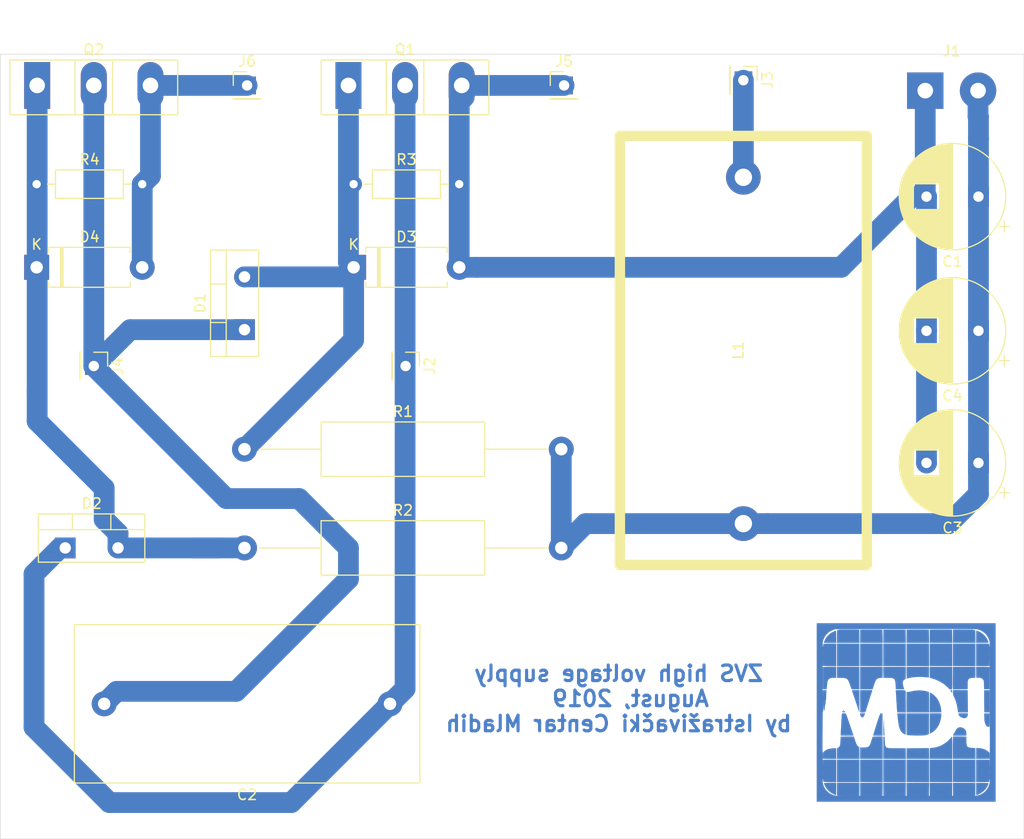
<source format=kicad_pcb>
(kicad_pcb (version 20171130) (host pcbnew "(5.1.2)-2")
  (layers (0 F.Cu signal) (31 B.Cu signal) (34 B.Paste user) (35 F.Paste user) (36 B.SilkS user) (37 F.SilkS user) (38 B.Mask user) (39 F.Mask user) (44 Edge.Cuts user))
  (net 0 "")
  (net 1 VDD)
  (net 2 VEE)
  (net 3 "Net-(C2-Pad1)")
  (net 4 "Net-(C2-Pad2)")
  (net 5 "Net-(D1-Pad2)")
  (net 6 "Net-(D2-Pad2)")
  (net 7 "Net-(J3-Pad1)")
  (net 8 "Net-(D4-Pad2)")
  (module Connector_Wire:SolderWirePad_1x02_P5.08mm_Drill1.5mm (layer F.Cu) (at 191 64.5)
    (fp_text reference J1 (at 2.54 -3.81) (layer F.SilkS))
    (fp_text value ulaz)
    (pad 2 thru_hole circle (at 5.08 0) (size 3.50012 3.50012) (drill 1.50114) (layers *.Cu *.Mask) (net 1 VDD))
    (pad 1 thru_hole rect (at 0 0) (size 3.50012 3.50012) (drill 1.50114) (layers *.Cu *.Mask) (net 2 VEE))
  )
  (module Connector_PinHeader_2.54mm:PinHeader_1x01_P2.54mm_Vertical (layer F.Cu) (at 125.75 64)
    (fp_text reference J6 (at 0 -2.33) (layer F.SilkS))
    (fp_text value VEE_JUMPER)
    (pad 1 thru_hole rect (at 0 0) (size 1.7 1.7) (drill 1) (layers *.Cu *.Mask) (net 8 "Net-(D4-Pad2)"))
  )
  (module Connector_PinHeader_2.54mm:PinHeader_1x01_P2.54mm_Vertical (layer F.Cu) (at 156.25 64)
    (fp_text reference J5 (at 0 -2.33) (layer F.SilkS))
    (fp_text value VEE_JUMPER)
    (pad 1 thru_hole rect (at 0 0) (size 1.7 1.7) (drill 1) (layers *.Cu *.Mask) (net 2 VEE))
  )
  (module ZVSsupply:ICM_logo (layer F.Cu) (at 188.5 124.5)
    (fp_text reference G*** hide)
    (fp_text value LOGO hide)
    (fp_poly (pts (xy -2.906295 -8.150781) (xy -3.102122 -8.150283) (xy -3.272738 -8.149456) (xy -3.417926 -8.148303) (xy -3.537472 -8.146826) (xy -3.631159 -8.145029) (xy -3.698771 -8.142914) (xy -3.740092 -8.140484) (xy -3.754906 -8.137741) (xy -3.754948 -8.137579) (xy -3.741616 -8.134819) (xy -3.701766 -8.132371) (xy -3.635612 -8.130238) (xy -3.543371 -8.128423) (xy -3.42526 -8.126929) (xy -3.281494 -8.125758) (xy -3.112288 -8.124913) (xy -2.91786 -8.124396) (xy -2.698425 -8.124211) (xy -2.685474 -8.124211) (xy -2.464653 -8.124377) (xy -2.268826 -8.124875) (xy -2.09821 -8.125702) (xy -1.953022 -8.126855) (xy -1.833476 -8.128332) (xy -1.739789 -8.130129) (xy -1.672177 -8.132244) (xy -1.630856 -8.134674) (xy -1.616042 -8.137417) (xy -1.616 -8.137579) (xy -1.629332 -8.140339) (xy -1.669182 -8.142787) (xy -1.735336 -8.14492) (xy -1.827576 -8.146735) (xy -1.945688 -8.148229) (xy -2.089454 -8.1494) (xy -2.25866 -8.150245) (xy -2.453088 -8.150762) (xy -2.672523 -8.150947) (xy -2.685474 -8.150948) (xy -2.906295 -8.150781)) (layer B.Cu) (width 0.01))
    (fp_poly (pts (xy -0.673769 -8.150781) (xy -0.869596 -8.150283) (xy -1.040211 -8.149456) (xy -1.1854 -8.148303) (xy -1.304946 -8.146826) (xy -1.398633 -8.145029) (xy -1.466245 -8.142914) (xy -1.507566 -8.140484) (xy -1.52238 -8.137741) (xy -1.522421 -8.137579) (xy -1.50909 -8.134819) (xy -1.469239 -8.132371) (xy -1.403086 -8.130238) (xy -1.310845 -8.128423) (xy -1.192734 -8.126929) (xy -1.048967 -8.125758) (xy -0.879762 -8.124913) (xy -0.685334 -8.124396) (xy -0.465898 -8.124211) (xy -0.452948 -8.124211) (xy -0.232126 -8.124377) (xy -0.0363 -8.124875) (xy 0.134316 -8.125702) (xy 0.279505 -8.126855) (xy 0.399051 -8.128332) (xy 0.492738 -8.130129) (xy 0.56035 -8.132244) (xy 0.601671 -8.134674) (xy 0.616485 -8.137417) (xy 0.616526 -8.137579) (xy 0.603195 -8.140339) (xy 0.563344 -8.142787) (xy 0.49719 -8.14492) (xy 0.40495 -8.146735) (xy 0.286838 -8.148229) (xy 0.143072 -8.1494) (xy -0.026133 -8.150245) (xy -0.220562 -8.150762) (xy -0.439997 -8.150947) (xy -0.452948 -8.150948) (xy -0.673769 -8.150781)) (layer B.Cu) (width 0.01))
    (fp_poly (pts (xy 1.558757 -8.150781) (xy 1.362931 -8.150283) (xy 1.192315 -8.149456) (xy 1.047126 -8.148303) (xy 0.92758 -8.146826) (xy 0.833893 -8.145029) (xy 0.766282 -8.142914) (xy 0.72496 -8.140484) (xy 0.710146 -8.137741) (xy 0.710105 -8.137579) (xy 0.723437 -8.134819) (xy 0.763287 -8.132371) (xy 0.829441 -8.130238) (xy 0.921681 -8.128423) (xy 1.039793 -8.126929) (xy 1.183559 -8.125758) (xy 1.352764 -8.124913) (xy 1.547193 -8.124396) (xy 1.766628 -8.124211) (xy 1.779579 -8.124211) (xy 2.0004 -8.124377) (xy 2.196227 -8.124875) (xy 2.366842 -8.125702) (xy 2.512031 -8.126855) (xy 2.631577 -8.128332) (xy 2.725264 -8.130129) (xy 2.792876 -8.132244) (xy 2.834197 -8.134674) (xy 2.849011 -8.137417) (xy 2.849052 -8.137579) (xy 2.835721 -8.140339) (xy 2.79587 -8.142787) (xy 2.729717 -8.14492) (xy 2.637476 -8.146735) (xy 2.519365 -8.148229) (xy 2.375598 -8.1494) (xy 2.206393 -8.150245) (xy 2.011965 -8.150762) (xy 1.79253 -8.150947) (xy 1.779579 -8.150948) (xy 1.558757 -8.150781)) (layer B.Cu) (width 0.01))
    (fp_poly (pts (xy 3.791284 -8.150781) (xy 3.595457 -8.150283) (xy 3.424841 -8.149456) (xy 3.279653 -8.148303) (xy 3.160107 -8.146826) (xy 3.06642 -8.145029) (xy 2.998808 -8.142914) (xy 2.957487 -8.140484) (xy 2.942673 -8.137741) (xy 2.942631 -8.137579) (xy 2.955963 -8.134819) (xy 2.995813 -8.132371) (xy 3.061967 -8.130238) (xy 3.154207 -8.128423) (xy 3.272319 -8.126929) (xy 3.416085 -8.125758) (xy 3.585291 -8.124913) (xy 3.779719 -8.124396) (xy 3.999154 -8.124211) (xy 4.012105 -8.124211) (xy 4.232926 -8.124377) (xy 4.428753 -8.124875) (xy 4.599369 -8.125702) (xy 4.744557 -8.126855) (xy 4.864103 -8.128332) (xy 4.95779 -8.130129) (xy 5.025402 -8.132244) (xy 5.066723 -8.134674) (xy 5.081537 -8.137417) (xy 5.081579 -8.137579) (xy 5.068247 -8.140339) (xy 5.028397 -8.142787) (xy 4.962243 -8.14492) (xy 4.870003 -8.146735) (xy 4.751891 -8.148229) (xy 4.608125 -8.1494) (xy 4.438919 -8.150245) (xy 4.244491 -8.150762) (xy 4.025056 -8.150947) (xy 4.012105 -8.150948) (xy 3.791284 -8.150781)) (layer B.Cu) (width 0.01))
    (fp_poly (pts (xy -6.103335 -8.030098) (xy -6.142736 -8.020488) (xy -6.177974 -8.008846) (xy -6.379333 -7.923527) (xy -6.564569 -7.817151) (xy -6.733073 -7.690165) (xy -6.884232 -7.543014) (xy -6.985176 -7.420585) (xy -7.022355 -7.367188) (xy -7.061448 -7.304438) (xy -7.100796 -7.235818) (xy -7.138743 -7.164817) (xy -7.173631 -7.094919) (xy -7.203802 -7.02961) (xy -7.2276 -6.972377) (xy -7.243365 -6.926705) (xy -7.249441 -6.89608) (xy -7.24417 -6.883988) (xy -7.240085 -6.88451) (xy -7.22453 -6.900677) (xy -7.219413 -6.915476) (xy -7.209723 -6.943421) (xy -7.202936 -6.953572) (xy -7.19776 -6.951918) (xy -7.201591 -6.92959) (xy -7.202773 -6.925331) (xy -7.214448 -6.884624) (xy -7.113628 -6.876102) (xy -7.076242 -6.874082) (xy -7.016047 -6.872233) (xy -6.936973 -6.870614) (xy -6.842948 -6.869282) (xy -6.737901 -6.868296) (xy -6.625759 -6.867715) (xy -6.540246 -6.867579) (xy -6.067684 -6.867579) (xy -6.0677 -6.987895) (xy -7.177263 -6.987895) (xy -7.182155 -6.976891) (xy -7.186176 -6.978983) (xy -7.187776 -6.994848) (xy -7.186176 -6.996807) (xy -7.178228 -6.994972) (xy -7.177263 -6.987895) (xy -6.0677 -6.987895) (xy -6.067709 -7.044711) (xy -6.06796 -7.092129) (xy -7.137693 -7.092129) (xy -7.142051 -7.073534) (xy -7.152982 -7.048346) (xy -7.165257 -7.027004) (xy -7.173645 -7.019945) (xy -7.173797 -7.020078) (xy -7.171975 -7.034289) (xy -7.160022 -7.061284) (xy -7.158792 -7.063581) (xy -7.14483 -7.086632) (xy -7.137849 -7.092879) (xy -7.137693 -7.092129) (xy -6.06796 -7.092129) (xy -6.068036 -7.106256) (xy -6.068945 -7.188877) (xy -6.069492 -7.227124) (xy -7.078357 -7.227124) (xy -7.078649 -7.217871) (xy -7.091812 -7.185456) (xy -7.099748 -7.168662) (xy -7.117233 -7.135468) (xy -7.130104 -7.116126) (xy -7.133928 -7.113893) (xy -7.131467 -7.127663) (xy -7.119403 -7.156718) (xy -7.111082 -7.173757) (xy -7.08961 -7.212618) (xy -7.078357 -7.227124) (xy -6.069492 -7.227124) (xy -6.070348 -7.286921) (xy -6.070489 -7.295369) (xy -7.035954 -7.295369) (xy -7.036045 -7.285544) (xy -7.043579 -7.268632) (xy -7.057385 -7.247623) (xy -7.064573 -7.241895) (xy -7.064482 -7.25172) (xy -7.056948 -7.268632) (xy -7.043142 -7.289641) (xy -7.035954 -7.295369) (xy -6.070489 -7.295369) (xy -6.071098 -7.331642) (xy -7.005629 -7.331642) (xy -7.008882 -7.324171) (xy -7.022342 -7.309819) (xy -7.030081 -7.312763) (xy -7.030211 -7.314632) (xy -7.020715 -7.32594) (xy -7.014777 -7.330066) (xy -7.005629 -7.331642) (xy -6.071098 -7.331642) (xy -6.072157 -7.394735) (xy -6.072809 -7.429053) (xy -6.941495 -7.429053) (xy -6.943935 -7.419587) (xy -6.958369 -7.39612) (xy -6.963369 -7.388948) (xy -6.983636 -7.362773) (xy -6.997239 -7.349321) (xy -6.99861 -7.348842) (xy -6.996171 -7.358309) (xy -6.981737 -7.381775) (xy -6.976737 -7.388948) (xy -6.956469 -7.415122) (xy -6.942867 -7.428574) (xy -6.941495 -7.429053) (xy -6.072809 -7.429053) (xy -6.074284 -7.506666) (xy -6.074766 -7.529316) (xy -6.849737 -7.529316) (xy -6.889001 -7.485869) (xy -6.917513 -7.455496) (xy -6.932329 -7.443233) (xy -6.936631 -7.446455) (xy -6.936632 -7.446604) (xy -6.927682 -7.457228) (xy -6.90513 -7.479095) (xy -6.893184 -7.490052) (xy -6.849737 -7.529316) (xy -6.074766 -7.529316) (xy -6.076519 -7.611633) (xy -6.07919 -7.724528) (xy -6.079896 -7.749793) (xy -6.616665 -7.749793) (xy -6.619985 -7.742871) (xy -6.627453 -7.733184) (xy -6.646966 -7.712401) (xy -6.655675 -7.712491) (xy -6.655895 -7.714837) (xy -6.654555 -7.716474) (xy -6.662579 -7.716474) (xy -6.694988 -7.679711) (xy -6.721116 -7.651775) (xy -6.733802 -7.643101) (xy -6.736106 -7.647301) (xy -6.734162 -7.649632) (xy -6.74279 -7.649632) (xy -6.795634 -7.592816) (xy -6.828662 -7.557987) (xy -6.847455 -7.540289) (xy -6.855421 -7.536762) (xy -6.856421 -7.539971) (xy -6.847474 -7.550426) (xy -6.8243 -7.573422) (xy -6.799606 -7.596787) (xy -6.74279 -7.649632) (xy -6.734162 -7.649632) (xy -6.727138 -7.658049) (xy -6.705001 -7.679024) (xy -6.699342 -7.684065) (xy -6.662579 -7.716474) (xy -6.654555 -7.716474) (xy -6.646759 -7.725996) (xy -6.6325 -7.738232) (xy -6.616665 -7.749793) (xy -6.079896 -7.749793) (xy -6.081674 -7.813418) (xy -6.082052 -7.823613) (xy -6.499314 -7.823613) (xy -6.513541 -7.810573) (xy -6.547655 -7.785212) (xy -6.551665 -7.782368) (xy -6.585683 -7.759154) (xy -6.600421 -7.751632) (xy -6.597707 -7.759083) (xy -6.591718 -7.766605) (xy -6.571266 -7.78408) (xy -6.53912 -7.805363) (xy -6.533265 -7.80879) (xy -6.50566 -7.823346) (xy -6.499314 -7.823613) (xy -6.082052 -7.823613) (xy -6.082542 -7.83679) (xy -6.468737 -7.83679) (xy -6.475421 -7.830105) (xy -6.482106 -7.83679) (xy -6.475421 -7.843474) (xy -6.468737 -7.83679) (xy -6.082542 -7.83679) (xy -6.084186 -7.881029) (xy -6.086938 -7.93009) (xy -6.087547 -7.936404) (xy -6.285303 -7.936404) (xy -6.290984 -7.930512) (xy -6.3155 -7.915521) (xy -6.353851 -7.894445) (xy -6.36179 -7.890263) (xy -6.40847 -7.865865) (xy -6.436301 -7.851719) (xy -6.450151 -7.845727) (xy -6.454884 -7.845795) (xy -6.455369 -7.849826) (xy -6.455369 -7.849966) (xy -6.444454 -7.858803) (xy -6.416704 -7.874933) (xy -6.379606 -7.894548) (xy -6.340649 -7.913842) (xy -6.307322 -7.92901) (xy -6.287113 -7.936244) (xy -6.285303 -7.936404) (xy -6.087547 -7.936404) (xy -6.089617 -7.957864) (xy -6.21903 -7.957864) (xy -6.228106 -7.950421) (xy -6.252476 -7.939109) (xy -6.261527 -7.937462) (xy -6.263918 -7.942979) (xy -6.254842 -7.950421) (xy -6.230471 -7.961733) (xy -6.221421 -7.96338) (xy -6.21903 -7.957864) (xy -6.089617 -7.957864) (xy -6.090145 -7.963328) (xy -6.091948 -7.972702) (xy -6.179088 -7.972702) (xy -6.180923 -7.964754) (xy -6.188 -7.96379) (xy -6.199004 -7.968681) (xy -6.196913 -7.972702) (xy -6.181047 -7.974302) (xy -6.179088 -7.972702) (xy -6.091948 -7.972702) (xy -6.094021 -7.983472) (xy -6.095285 -7.98607) (xy -6.138983 -7.98607) (xy -6.140818 -7.978123) (xy -6.147895 -7.977158) (xy -6.158899 -7.982049) (xy -6.156807 -7.98607) (xy -6.140942 -7.98767) (xy -6.138983 -7.98607) (xy -6.095285 -7.98607) (xy -6.09878 -7.993249) (xy -6.104635 -7.995387) (xy -6.106574 -7.994966) (xy -6.118389 -7.99287) (xy -6.107207 -8.001761) (xy -6.104448 -8.00355) (xy -6.081899 -8.021464) (xy -6.082292 -8.030368) (xy -6.103335 -8.030098)) (layer B.Cu) (width 0.01))
    (fp_poly (pts (xy -4.616136 -8.148783) (xy -4.752972 -8.148139) (xy -4.890609 -8.147194) (xy -5.026454 -8.145964) (xy -5.157913 -8.144464) (xy -5.282394 -8.142711) (xy -5.397302 -8.140719) (xy -5.500045 -8.138504) (xy -5.58803 -8.136082) (xy -5.658663 -8.133468) (xy -5.709351 -8.130678) (xy -5.737502 -8.127727) (xy -5.740158 -8.12713) (xy -5.780936 -8.116487) (xy -5.835708 -8.103008) (xy -5.890553 -8.090093) (xy -5.948626 -8.074736) (xy -5.980209 -8.061338) (xy -5.985464 -8.049788) (xy -5.964558 -8.039973) (xy -5.964079 -8.039847) (xy -5.947603 -8.034766) (xy -5.957097 -8.032672) (xy -5.964079 -8.032183) (xy -5.969716 -8.030441) (xy -5.97437 -8.02448) (xy -5.978135 -8.011971) (xy -5.981104 -7.990583) (xy -5.983372 -7.957989) (xy -5.985031 -7.911858) (xy -5.986175 -7.849861) (xy -5.986898 -7.769668) (xy -5.987292 -7.668952) (xy -5.987452 -7.545381) (xy -5.987474 -7.449105) (xy -5.987474 -6.867579) (xy -3.835158 -6.867579) (xy -3.835158 -7.065925) (xy -3.835457 -7.131259) (xy -3.8363 -7.217814) (xy -3.837611 -7.320082) (xy -3.839309 -7.432557) (xy -3.841318 -7.549729) (xy -3.843558 -7.666092) (xy -3.843999 -7.68745) (xy -3.851512 -8.047196) (xy -5.899693 -8.047196) (xy -5.912834 -8.045056) (xy -5.930173 -8.047513) (xy -5.93038 -8.052077) (xy -5.912487 -8.055268) (xy -5.904757 -8.053132) (xy -5.899693 -8.047196) (xy -3.851512 -8.047196) (xy -3.851792 -8.060565) (xy -5.832851 -8.060565) (xy -5.845991 -8.058424) (xy -5.863331 -8.060882) (xy -5.863538 -8.065445) (xy -5.845645 -8.068637) (xy -5.837915 -8.066501) (xy -5.832851 -8.060565) (xy -3.851792 -8.060565) (xy -3.85211 -8.075746) (xy -5.758356 -8.075746) (xy -5.776112 -8.073431) (xy -5.780263 -8.073343) (xy -5.803094 -8.074788) (xy -5.805104 -8.078973) (xy -5.803913 -8.079506) (xy -5.777374 -8.08215) (xy -5.763807 -8.080001) (xy -5.758356 -8.075746) (xy -3.85211 -8.075746) (xy -3.852397 -8.089446) (xy -5.652445 -8.089446) (xy -5.67093 -8.087336) (xy -5.68 -8.087207) (xy -5.704322 -8.088601) (xy -5.707188 -8.092071) (xy -5.703395 -8.093321) (xy -5.66949 -8.0954) (xy -5.656606 -8.093321) (xy -5.652445 -8.089446) (xy -3.852397 -8.089446) (xy -3.852712 -8.104523) (xy -5.47941 -8.104523) (xy -5.493059 -8.102606) (xy -5.527449 -8.101764) (xy -5.532948 -8.101753) (xy -5.569675 -8.102437) (xy -5.586028 -8.104243) (xy -5.57901 -8.106798) (xy -5.576395 -8.107145) (xy -5.529518 -8.109357) (xy -5.4895 -8.107145) (xy -5.47941 -8.104523) (xy -3.852712 -8.104523) (xy -3.85284 -8.110629) (xy -4.629394 -8.114187) (xy -5.357945 -8.117526) (xy -5.412632 -8.117526) (xy -5.419316 -8.110842) (xy -5.426 -8.117526) (xy -5.419316 -8.124211) (xy -5.412632 -8.117526) (xy -5.357945 -8.117526) (xy -5.405948 -8.117746) (xy -4.627237 -8.120978) (xy -4.443779 -8.121934) (xy -4.286355 -8.123178) (xy -4.154261 -8.124727) (xy -4.046797 -8.126595) (xy -3.96326 -8.1288) (xy -3.902949 -8.131357) (xy -3.86516 -8.13428) (xy -3.849191 -8.137588) (xy -3.848527 -8.138482) (xy -3.861461 -8.141244) (xy -3.898535 -8.143566) (xy -3.957155 -8.145462) (xy -4.034729 -8.146949) (xy -4.128663 -8.148041) (xy -4.236364 -8.148756) (xy -4.355239 -8.149107) (xy -4.482694 -8.149111) (xy -4.616136 -8.148783)) (layer B.Cu) (width 0.01))
    (fp_poly (pts (xy -3.755615 -7.572763) (xy -3.755828 -7.451855) (xy -3.756154 -7.336378) (xy -3.756572 -7.229744) (xy -3.757064 -7.135362) (xy -3.757613 -7.056641) (xy -3.7582 -6.996992) (xy -3.758806 -6.959823) (xy -3.758957 -6.954474) (xy -3.761632 -6.874263) (xy -1.602632 -6.867421) (xy -1.602632 -7.065846) (xy -1.60293 -7.131194) (xy -1.603774 -7.217765) (xy -1.605084 -7.320049) (xy -1.606783 -7.43254) (xy -1.608792 -7.549731) (xy -1.611032 -7.666112) (xy -1.611475 -7.687557) (xy -1.620318 -8.110842) (xy -3.754948 -8.110842) (xy -3.755615 -7.572763)) (layer B.Cu) (width 0.01))
    (fp_poly (pts (xy -1.523088 -7.572763) (xy -1.523302 -7.451855) (xy -1.523627 -7.336378) (xy -1.524045 -7.229744) (xy -1.524538 -7.135362) (xy -1.525087 -7.056641) (xy -1.525673 -6.996992) (xy -1.526279 -6.959823) (xy -1.52643 -6.954474) (xy -1.529106 -6.874263) (xy 0.629894 -6.867421) (xy 0.629894 -7.065846) (xy 0.629596 -7.131194) (xy 0.628752 -7.217765) (xy 0.627442 -7.320049) (xy 0.625743 -7.43254) (xy 0.623734 -7.549731) (xy 0.621494 -7.666112) (xy 0.621051 -7.687557) (xy 0.612208 -8.110842) (xy -1.522421 -8.110842) (xy -1.523088 -7.572763)) (layer B.Cu) (width 0.01))
    (fp_poly (pts (xy 0.708669 -7.612869) (xy 0.708284 -7.494145) (xy 0.70783 -7.378829) (xy 0.707329 -7.270876) (xy 0.706803 -7.174241) (xy 0.706271 -7.092878) (xy 0.705757 -7.030744) (xy 0.705327 -6.994579) (xy 0.703421 -6.874263) (xy 2.862421 -6.867421) (xy 2.862421 -7.065846) (xy 2.862122 -7.131194) (xy 2.861279 -7.217765) (xy 2.859968 -7.320049) (xy 2.858269 -7.43254) (xy 2.856261 -7.549731) (xy 2.85402 -7.666112) (xy 2.853578 -7.687557) (xy 2.844734 -8.110842) (xy 0.710105 -8.110842) (xy 0.708669 -7.612869)) (layer B.Cu) (width 0.01))
    (fp_poly (pts (xy 2.941195 -7.612869) (xy 2.94081 -7.494145) (xy 2.940357 -7.378829) (xy 2.939856 -7.270876) (xy 2.939329 -7.174241) (xy 2.938798 -7.092878) (xy 2.938283 -7.030744) (xy 2.937853 -6.994579) (xy 2.935947 -6.874263) (xy 5.094947 -6.867421) (xy 5.094947 -7.045791) (xy 5.094666 -7.10441) (xy 5.093871 -7.184745) (xy 5.092632 -7.281783) (xy 5.091022 -7.390509) (xy 5.089112 -7.50591) (xy 5.086972 -7.622971) (xy 5.086101 -7.667502) (xy 5.077254 -8.110842) (xy 2.942631 -8.110842) (xy 2.941195 -7.612869)) (layer B.Cu) (width 0.01))
    (fp_poly (pts (xy 5.451427 -8.14863) (xy 5.351856 -8.147737) (xy 5.275217 -8.146339) (xy 5.220751 -8.144428) (xy 5.187696 -8.141997) (xy 5.175294 -8.139039) (xy 5.175158 -8.138657) (xy 5.185852 -8.135303) (xy 5.218379 -8.132313) (xy 5.273405 -8.129673) (xy 5.351595 -8.127368) (xy 5.453614 -8.125384) (xy 5.58013 -8.123705) (xy 5.731807 -8.122317) (xy 5.90931 -8.121206) (xy 5.980605 -8.120867) (xy 6.786052 -8.117314) (xy 5.175158 -8.110842) (xy 5.172646 -7.659658) (xy 5.172001 -7.543172) (xy 5.171364 -7.427172) (xy 5.170762 -7.316461) (xy 5.170219 -7.21584) (xy 5.169763 -7.130111) (xy 5.169419 -7.064078) (xy 5.169304 -7.041369) (xy 5.168473 -6.874263) (xy 6.249424 -6.870842) (xy 7.330374 -6.86742) (xy 7.320519 -7.440151) (xy 7.318391 -7.562452) (xy 7.316345 -7.677319) (xy 7.314437 -7.78181) (xy 7.312724 -7.872981) (xy 7.311261 -7.94789) (xy 7.310104 -8.003593) (xy 7.309308 -8.037148) (xy 7.309043 -8.045151) (xy 7.307676 -8.052912) (xy 7.269544 -8.052912) (xy 7.267709 -8.044965) (xy 7.260631 -8.044) (xy 7.249628 -8.048891) (xy 7.251719 -8.052912) (xy 7.267584 -8.054512) (xy 7.269544 -8.052912) (xy 7.307676 -8.052912) (xy 7.3065 -8.059582) (xy 7.30508 -8.061343) (xy 7.212179 -8.061343) (xy 7.193789 -8.059479) (xy 7.174811 -8.06158) (xy 7.177079 -8.066222) (xy 7.204449 -8.067988) (xy 7.2105 -8.066222) (xy 7.212179 -8.061343) (xy 7.30508 -8.061343) (xy 7.297535 -8.070694) (xy 7.289333 -8.074711) (xy 7.145337 -8.074711) (xy 7.126947 -8.072848) (xy 7.107969 -8.074949) (xy 7.110237 -8.079591) (xy 7.137606 -8.081356) (xy 7.143658 -8.079591) (xy 7.145337 -8.074711) (xy 7.289333 -8.074711) (xy 7.277618 -8.080448) (xy 7.244847 -8.090039) (xy 7.057332 -8.090039) (xy 7.041264 -8.087824) (xy 7.026684 -8.087477) (xy 6.999171 -8.088553) (xy 6.992069 -8.091582) (xy 6.996449 -8.093291) (xy 7.028553 -8.095781) (xy 7.049923 -8.09356) (xy 7.057332 -8.090039) (xy 7.244847 -8.090039) (xy 7.242219 -8.090808) (xy 7.186809 -8.103735) (xy 7.182874 -8.104601) (xy 6.939275 -8.104601) (xy 6.924904 -8.102745) (xy 6.890095 -8.101884) (xy 6.879631 -8.101861) (xy 6.841691 -8.102529) (xy 6.824556 -8.104206) (xy 6.830859 -8.106564) (xy 6.836482 -8.10723) (xy 6.883692 -8.109369) (xy 6.928524 -8.107307) (xy 6.930061 -8.107122) (xy 6.939275 -8.104601) (xy 7.182874 -8.104601) (xy 7.160368 -8.109553) (xy 7.131279 -8.115816) (xy 7.104055 -8.121221) (xy 7.076531 -8.125845) (xy 7.046543 -8.129764) (xy 7.011928 -8.133054) (xy 6.97052 -8.135793) (xy 6.920156 -8.138057) (xy 6.858672 -8.139923) (xy 6.783903 -8.141467) (xy 6.693686 -8.142766) (xy 6.585855 -8.143896) (xy 6.458247 -8.144934) (xy 6.308697 -8.145957) (xy 6.135042 -8.147041) (xy 6.094237 -8.14729) (xy 5.895335 -8.148348) (xy 5.722407 -8.148928) (xy 5.574691 -8.149025) (xy 5.451427 -8.14863)) (layer B.Cu) (width 0.01))
    (fp_poly (pts (xy 7.411949 -8.02472) (xy 7.41961 -8.018155) (xy 7.428524 -8.006346) (xy 7.424034 -8.002171) (xy 7.420345 -7.987542) (xy 7.41695 -7.9471) (xy 7.413881 -7.88177) (xy 7.411166 -7.792475) (xy 7.408835 -7.680138) (xy 7.406918 -7.545683) (xy 7.405811 -7.435737) (xy 7.401 -6.874263) (xy 7.909 -6.873316) (xy 8.026129 -6.873232) (xy 8.137478 -6.873405) (xy 8.239582 -6.873813) (xy 8.328979 -6.87443) (xy 8.402206 -6.875232) (xy 8.455801 -6.876196) (xy 8.486301 -6.877297) (xy 8.487184 -6.877357) (xy 8.530565 -6.883304) (xy 8.554454 -6.892857) (xy 8.557573 -6.898357) (xy 8.562532 -6.904059) (xy 8.570214 -6.894703) (xy 8.584197 -6.878652) (xy 8.59033 -6.884717) (xy 8.588523 -6.909429) (xy 8.58236 -6.934421) (xy 8.557368 -6.934421) (xy 8.552477 -6.923418) (xy 8.548456 -6.925509) (xy 8.546856 -6.941374) (xy 8.548456 -6.943334) (xy 8.556403 -6.941498) (xy 8.557368 -6.934421) (xy 8.58236 -6.934421) (xy 8.578685 -6.949318) (xy 8.572775 -6.967776) (xy 8.540259 -6.967776) (xy 8.534519 -6.971964) (xy 8.532887 -6.974526) (xy 8.519717 -7.003113) (xy 8.511557 -7.028) (xy 8.507635 -7.048119) (xy 8.513376 -7.043931) (xy 8.515008 -7.041369) (xy 8.528177 -7.012782) (xy 8.536337 -6.987895) (xy 8.540259 -6.967776) (xy 8.572775 -6.967776) (xy 8.572183 -6.969624) (xy 8.528453 -7.07479) (xy 8.503894 -7.07479) (xy 8.49721 -7.068105) (xy 8.490526 -7.07479) (xy 8.49721 -7.081474) (xy 8.503894 -7.07479) (xy 8.528453 -7.07479) (xy 8.517336 -7.101526) (xy 8.490526 -7.101526) (xy 8.483842 -7.094842) (xy 8.477158 -7.101526) (xy 8.483842 -7.108211) (xy 8.490526 -7.101526) (xy 8.517336 -7.101526) (xy 8.506218 -7.128263) (xy 8.477158 -7.128263) (xy 8.470473 -7.121579) (xy 8.463789 -7.128263) (xy 8.470473 -7.134948) (xy 8.477158 -7.128263) (xy 8.506218 -7.128263) (xy 8.497944 -7.148158) (xy 8.492947 -7.156901) (xy 8.463789 -7.156901) (xy 8.461177 -7.148481) (xy 8.452093 -7.160662) (xy 8.438126 -7.188421) (xy 8.428063 -7.210618) (xy 8.430916 -7.210535) (xy 8.442999 -7.195892) (xy 8.459073 -7.171035) (xy 8.463789 -7.156901) (xy 8.492947 -7.156901) (xy 8.448535 -7.234594) (xy 8.418921 -7.234594) (xy 8.41794 -7.228526) (xy 8.407204 -7.238774) (xy 8.396947 -7.255263) (xy 8.388342 -7.275933) (xy 8.389322 -7.282) (xy 8.400059 -7.271752) (xy 8.410316 -7.255263) (xy 8.418921 -7.234594) (xy 8.448535 -7.234594) (xy 8.412892 -7.296947) (xy 8.379923 -7.296947) (xy 8.367754 -7.310989) (xy 8.341458 -7.346216) (xy 8.310683 -7.388948) (xy 8.284034 -7.426988) (xy 8.273321 -7.444284) (xy 8.278289 -7.441373) (xy 8.294265 -7.423856) (xy 8.326626 -7.384074) (xy 8.355152 -7.344219) (xy 8.363818 -7.330277) (xy 8.378449 -7.303555) (xy 8.379923 -7.296947) (xy 8.412892 -7.296947) (xy 8.400019 -7.319465) (xy 8.281142 -7.480446) (xy 8.27921 -7.482526) (xy 8.249177 -7.482526) (xy 8.237529 -7.491409) (xy 8.211556 -7.515327) (xy 8.175614 -7.550187) (xy 8.149631 -7.576105) (xy 8.111166 -7.615497) (xy 8.08188 -7.646707) (xy 8.065453 -7.665738) (xy 8.063454 -7.669684) (xy 8.075102 -7.660802) (xy 8.101075 -7.636884) (xy 8.137017 -7.602024) (xy 8.163 -7.576105) (xy 8.201465 -7.536714) (xy 8.230751 -7.505504) (xy 8.247178 -7.486473) (xy 8.249177 -7.482526) (xy 8.27921 -7.482526) (xy 8.144042 -7.628003) (xy 8.075879 -7.686537) (xy 8.048254 -7.686537) (xy 8.043953 -7.683201) (xy 8.0403 -7.683053) (xy 8.022689 -7.692338) (xy 8.001309 -7.713132) (xy 7.975842 -7.743211) (xy 8.009263 -7.716616) (xy 8.034072 -7.697143) (xy 8.048051 -7.686668) (xy 8.048254 -7.686537) (xy 8.075879 -7.686537) (xy 8.000854 -7.750964) (xy 7.960159 -7.750964) (xy 7.959388 -7.746733) (xy 7.940913 -7.755779) (xy 7.919026 -7.769451) (xy 7.886712 -7.791775) (xy 7.866131 -7.807937) (xy 7.86221 -7.812585) (xy 7.871575 -7.811484) (xy 7.894297 -7.79944) (xy 7.922323 -7.781523) (xy 7.947595 -7.7628) (xy 7.960159 -7.750964) (xy 8.000854 -7.750964) (xy 7.991451 -7.759038) (xy 7.897296 -7.822481) (xy 7.848842 -7.822481) (xy 7.839017 -7.822571) (xy 7.822105 -7.830105) (xy 7.801096 -7.843911) (xy 7.795368 -7.851099) (xy 7.805193 -7.851008) (xy 7.822105 -7.843474) (xy 7.843114 -7.829668) (xy 7.848842 -7.822481) (xy 7.897296 -7.822481) (xy 7.836382 -7.863526) (xy 7.782 -7.863526) (xy 7.775316 -7.856842) (xy 7.768631 -7.863526) (xy 7.775316 -7.870211) (xy 7.782 -7.863526) (xy 7.836382 -7.863526) (xy 7.826101 -7.870453) (xy 7.814267 -7.876895) (xy 7.755263 -7.876895) (xy 7.748579 -7.870211) (xy 7.741894 -7.876895) (xy 7.748579 -7.883579) (xy 7.755263 -7.876895) (xy 7.814267 -7.876895) (xy 7.789709 -7.890263) (xy 7.728526 -7.890263) (xy 7.721842 -7.883579) (xy 7.715158 -7.890263) (xy 7.721842 -7.896948) (xy 7.728526 -7.890263) (xy 7.789709 -7.890263) (xy 7.765149 -7.903632) (xy 7.701789 -7.903632) (xy 7.695105 -7.896948) (xy 7.688421 -7.903632) (xy 7.695105 -7.910316) (xy 7.701789 -7.903632) (xy 7.765149 -7.903632) (xy 7.74059 -7.917) (xy 7.675052 -7.917) (xy 7.668368 -7.910316) (xy 7.661684 -7.917) (xy 7.668368 -7.923684) (xy 7.675052 -7.917) (xy 7.74059 -7.917) (xy 7.73365 -7.920777) (xy 7.708404 -7.932597) (xy 7.643859 -7.932597) (xy 7.642024 -7.924649) (xy 7.634947 -7.923684) (xy 7.623943 -7.928576) (xy 7.626035 -7.932597) (xy 7.6419 -7.934197) (xy 7.643859 -7.932597) (xy 7.708404 -7.932597) (xy 7.684609 -7.943737) (xy 7.60821 -7.943737) (xy 7.601526 -7.937053) (xy 7.594842 -7.943737) (xy 7.601526 -7.950421) (xy 7.60821 -7.943737) (xy 7.684609 -7.943737) (xy 7.682447 -7.944749) (xy 7.651727 -7.957764) (xy 7.571116 -7.957764) (xy 7.570247 -7.955519) (xy 7.554737 -7.958896) (xy 7.517727 -7.970638) (xy 7.48121 -7.985357) (xy 7.458147 -7.996553) (xy 7.459015 -7.998797) (xy 7.474526 -7.99542) (xy 7.511535 -7.983678) (xy 7.548052 -7.968959) (xy 7.571116 -7.957764) (xy 7.651727 -7.957764) (xy 7.623975 -7.969521) (xy 7.563593 -7.993153) (xy 7.50666 -8.013704) (xy 7.458536 -8.029233) (xy 7.42458 -8.0378) (xy 7.410424 -8.037828) (xy 7.411949 -8.02472)) (layer B.Cu) (width 0.01))
    (fp_poly (pts (xy -5.987474 -4.635053) (xy -3.834999 -4.635053) (xy -3.838421 -5.707869) (xy -3.841842 -6.780684) (xy -5.987474 -6.787528) (xy -5.987474 -4.635053)) (layer B.Cu) (width 0.01))
    (fp_poly (pts (xy -3.761632 -4.641737) (xy -2.682052 -4.638316) (xy -1.602473 -4.634895) (xy -1.605894 -5.70779) (xy -1.609316 -6.780684) (xy -3.761632 -6.780684) (xy -3.761632 -4.641737)) (layer B.Cu) (width 0.01))
    (fp_poly (pts (xy -1.529106 -4.641737) (xy 0.630054 -4.634895) (xy 0.626632 -5.70779) (xy 0.62321 -6.780684) (xy -1.529106 -6.780684) (xy -1.529106 -4.641737)) (layer B.Cu) (width 0.01))
    (fp_poly (pts (xy 0.703421 -4.641737) (xy 1.783 -4.638316) (xy 2.86258 -4.634895) (xy 2.859158 -5.70779) (xy 2.855737 -6.780684) (xy 0.703421 -6.780684) (xy 0.703421 -4.641737)) (layer B.Cu) (width 0.01))
    (fp_poly (pts (xy 2.935947 -4.641737) (xy 4.015527 -4.638316) (xy 5.095106 -4.634895) (xy 5.091685 -5.70779) (xy 5.088263 -6.780684) (xy 2.935947 -6.780684) (xy 2.935947 -4.641737)) (layer B.Cu) (width 0.01))
    (fp_poly (pts (xy 5.168473 -4.641737) (xy 7.327633 -4.634895) (xy 7.324211 -5.70779) (xy 7.320789 -6.780684) (xy 5.168473 -6.780684) (xy 5.168473 -4.641737)) (layer B.Cu) (width 0.01))
    (fp_poly (pts (xy 0.699021 -4.421158) (xy 0.698039 -4.37162) (xy 0.697792 -4.3048) (xy 0.6982 -4.224219) (xy 0.699181 -4.1334) (xy 0.700655 -4.035862) (xy 0.702541 -3.935126) (xy 0.704758 -3.834714) (xy 0.707226 -3.738148) (xy 0.709864 -3.648947) (xy 0.712591 -3.570633) (xy 0.715327 -3.506727) (xy 0.71799 -3.460751) (xy 0.7205 -3.436225) (xy 0.721675 -3.433106) (xy 0.737536 -3.436851) (xy 0.77302 -3.445888) (xy 0.821916 -3.458622) (xy 0.850473 -3.466149) (xy 0.955301 -3.490945) (xy 1.078957 -3.515381) (xy 1.213547 -3.538171) (xy 1.351179 -3.558031) (xy 1.48396 -3.573675) (xy 1.54703 -3.579596) (xy 1.661393 -3.586735) (xy 1.792971 -3.59074) (xy 1.935777 -3.591756) (xy 2.083826 -3.589931) (xy 2.231129 -3.585412) (xy 2.371701 -3.578344) (xy 2.499555 -3.568874) (xy 2.608705 -3.55715) (xy 2.639456 -3.552833) (xy 2.709207 -3.54291) (xy 2.769333 -3.535498) (xy 2.815018 -3.531103) (xy 2.841444 -3.530228) (xy 2.845876 -3.53121) (xy 2.847758 -3.546) (xy 2.84953 -3.584549) (xy 2.851142 -3.643878) (xy 2.852539 -3.72101) (xy 2.85367 -3.812967) (xy 2.854481 -3.91677) (xy 2.854921 -4.029441) (xy 2.854946 -4.043824) (xy 2.855737 -4.548158) (xy 0.703421 -4.548158) (xy 0.699021 -4.421158)) (layer B.Cu) (width 0.01))
    (fp_poly (pts (xy -6.566921 -4.554505) (xy -6.688002 -4.553557) (xy -6.808105 -4.552093) (xy -6.920454 -4.550206) (xy -7.01827 -4.547993) (xy -7.081541 -4.546048) (xy -7.324316 -4.537255) (xy -7.324316 -2.415895) (xy -6.992686 -2.415895) (xy -6.984587 -2.486079) (xy -6.978971 -2.533973) (xy -6.971561 -2.596151) (xy -6.963819 -2.660359) (xy -6.96266 -2.669895) (xy -6.955338 -2.733937) (xy -6.948723 -2.798532) (xy -6.944093 -2.851077) (xy -6.943656 -2.857053) (xy -6.939057 -2.909305) (xy -6.932137 -2.973453) (xy -6.925014 -3.030842) (xy -6.918339 -3.082845) (xy -6.913266 -3.126695) (xy -6.910792 -3.153711) (xy -6.910721 -3.155289) (xy -6.904291 -3.17158) (xy -6.896527 -3.171211) (xy -6.886004 -3.175304) (xy -6.883158 -3.190474) (xy -6.877704 -3.212622) (xy -6.86979 -3.218) (xy -6.860298 -3.22959) (xy -6.856421 -3.256954) (xy -6.849325 -3.288008) (xy -6.825985 -3.324954) (xy -6.790977 -3.364887) (xy -6.757106 -3.397655) (xy -6.730995 -3.417343) (xy -6.71732 -3.420468) (xy -6.716963 -3.419999) (xy -6.702332 -3.417391) (xy -6.682144 -3.432383) (xy -6.65566 -3.452622) (xy -6.635842 -3.460303) (xy -6.611363 -3.463624) (xy -6.584907 -3.471597) (xy -6.575684 -3.474896) (xy -6.533775 -3.487896) (xy -6.488105 -3.496953) (xy -6.434156 -3.502333) (xy -6.367407 -3.504304) (xy -6.283337 -3.50313) (xy -6.177428 -3.49908) (xy -6.170831 -3.498777) (xy -6.127472 -3.498316) (xy -6.095572 -3.500836) (xy -6.084298 -3.504404) (xy -6.082129 -3.519382) (xy -6.079873 -3.55816) (xy -6.07761 -3.617803) (xy -6.075421 -3.695374) (xy -6.073386 -3.787938) (xy -6.071586 -3.892558) (xy -6.0701 -4.0063) (xy -6.069803 -4.034226) (xy -6.064514 -4.554842) (xy -6.45164 -4.554842) (xy -6.566921 -4.554505)) (layer B.Cu) (width 0.01))
    (fp_poly (pts (xy -5.987474 -3.498737) (xy -5.676658 -3.498472) (xy -5.581985 -3.497829) (xy -5.490713 -3.496175) (xy -5.408122 -3.493686) (xy -5.33949 -3.490535) (xy -5.290096 -3.486896) (xy -5.276347 -3.485263) (xy -5.161865 -3.458961) (xy -5.066001 -3.414766) (xy -4.98582 -3.350609) (xy -4.918389 -3.26442) (xy -4.887965 -3.211316) (xy -4.872451 -3.177236) (xy -4.849984 -3.122084) (xy -4.822178 -3.050115) (xy -4.790648 -2.965584) (xy -4.757006 -2.872745) (xy -4.723485 -2.777638) (xy -4.683872 -2.664901) (xy -4.651466 -2.575729) (xy -4.625473 -2.508173) (xy -4.605102 -2.460285) (xy -4.589558 -2.430118) (xy -4.578049 -2.415722) (xy -4.575532 -2.414288) (xy -4.555833 -2.411619) (xy -4.513189 -2.409153) (xy -4.451392 -2.406996) (xy -4.374235 -2.405256) (xy -4.28551 -2.404041) (xy -4.192684 -2.403466) (xy -3.834999 -2.402526) (xy -3.838421 -3.475342) (xy -3.841842 -4.548158) (xy -4.914658 -4.55158) (xy -5.987474 -4.555001) (xy -5.987474 -3.498737)) (layer B.Cu) (width 0.01))
    (fp_poly (pts (xy -3.761632 -2.409211) (xy -3.193474 -2.407801) (xy -3.071551 -2.407625) (xy -2.956977 -2.407703) (xy -2.852724 -2.408015) (xy -2.761764 -2.408542) (xy -2.687068 -2.409263) (xy -2.631609 -2.410158) (xy -2.59836 -2.411208) (xy -2.590808 -2.411813) (xy -2.580082 -2.414735) (xy -2.570196 -2.421785) (xy -2.559959 -2.435831) (xy -2.548181 -2.45974) (xy -2.53367 -2.496383) (xy -2.515237 -2.548625) (xy -2.491692 -2.619336) (xy -2.461843 -2.711382) (xy -2.445949 -2.760802) (xy -2.401581 -2.896445) (xy -2.362775 -3.009114) (xy -2.328285 -3.101692) (xy -2.296864 -3.177059) (xy -2.267265 -3.238098) (xy -2.238242 -3.28769) (xy -2.208547 -3.328717) (xy -2.191686 -3.348443) (xy -2.119507 -3.408658) (xy -2.025863 -3.453714) (xy -1.911468 -3.483383) (xy -1.777035 -3.497437) (xy -1.720995 -3.498636) (xy -1.61878 -3.498737) (xy -1.609862 -3.689237) (xy -1.607444 -3.759345) (xy -1.605654 -3.849301) (xy -1.604553 -3.95222) (xy -1.604202 -4.061219) (xy -1.604666 -4.169416) (xy -1.60513 -4.213948) (xy -1.609316 -4.548158) (xy -3.761632 -4.548158) (xy -3.761632 -2.409211)) (layer B.Cu) (width 0.01))
    (fp_poly (pts (xy -1.53367 -4.481316) (xy -1.534487 -4.45206) (xy -1.534706 -4.399761) (xy -1.534362 -4.328106) (xy -1.533489 -4.24078) (xy -1.532121 -4.14147) (xy -1.530292 -4.033863) (xy -1.528798 -3.957613) (xy -1.519362 -3.500752) (xy -1.109813 -3.496199) (xy -0.700263 -3.491646) (xy -0.481623 -3.402146) (xy -0.439112 -3.313415) (xy -0.417037 -3.262915) (xy -0.399098 -3.210461) (xy -0.384684 -3.152159) (xy -0.373184 -3.084118) (xy -0.363987 -3.002443) (xy -0.35648 -2.903242) (xy -0.350054 -2.782623) (xy -0.347852 -2.732379) (xy -0.343811 -2.644648) (xy -0.339499 -2.565991) (xy -0.335184 -2.500299) (xy -0.331138 -2.451464) (xy -0.327628 -2.423377) (xy -0.326066 -2.418221) (xy -0.310941 -2.415852) (xy -0.27322 -2.413673) (xy -0.217045 -2.411722) (xy -0.146559 -2.410033) (xy -0.065903 -2.408641) (xy 0.020783 -2.407581) (xy 0.109356 -2.40689) (xy 0.195675 -2.406601) (xy 0.275599 -2.406751) (xy 0.344986 -2.407375) (xy 0.399694 -2.408507) (xy 0.435582 -2.410184) (xy 0.44706 -2.411636) (xy 0.464496 -2.425266) (xy 0.462814 -2.440459) (xy 0.43827 -2.511128) (xy 0.413502 -2.595401) (xy 0.389948 -2.686892) (xy 0.369042 -2.779215) (xy 0.352222 -2.865985) (xy 0.340923 -2.940815) (xy 0.336583 -2.997321) (xy 0.336586 -3.001637) (xy 0.339196 -3.080117) (xy 0.346683 -3.138659) (xy 0.361386 -3.183942) (xy 0.385643 -3.222643) (xy 0.421792 -3.261441) (xy 0.430398 -3.269561) (xy 0.475493 -3.308441) (xy 0.522313 -3.343951) (xy 0.558403 -3.367034) (xy 0.613911 -3.397041) (xy 0.622752 -3.611652) (xy 0.625074 -3.686839) (xy 0.626815 -3.781967) (xy 0.627921 -3.890243) (xy 0.628338 -4.004878) (xy 0.628009 -4.119079) (xy 0.627402 -4.187211) (xy 0.62321 -4.548158) (xy -1.529106 -4.548158) (xy -1.53367 -4.481316)) (layer B.Cu) (width 0.01))
    (fp_poly (pts (xy 2.931477 -4.454579) (xy 2.930662 -4.417924) (xy 2.930483 -4.358669) (xy 2.930901 -4.280942) (xy 2.931877 -4.18887) (xy 2.933375 -4.086581) (xy 2.935354 -3.978205) (xy 2.936366 -3.929735) (xy 2.945725 -3.49847) (xy 2.980941 -3.490136) (xy 3.249163 -3.416038) (xy 3.510925 -3.322834) (xy 3.763344 -3.212115) (xy 4.003537 -3.085473) (xy 4.22862 -2.9445) (xy 4.435711 -2.790788) (xy 4.621924 -2.625929) (xy 4.710443 -2.535359) (xy 4.822899 -2.414031) (xy 4.951912 -2.406334) (xy 5.014123 -2.403393) (xy 5.054363 -2.403735) (xy 5.077239 -2.40773) (xy 5.087358 -2.415749) (xy 5.088049 -2.417292) (xy 5.089124 -2.433304) (xy 5.090064 -2.47399) (xy 5.090862 -2.53729) (xy 5.091511 -2.621143) (xy 5.092004 -2.723487) (xy 5.092333 -2.842261) (xy 5.092492 -2.975404) (xy 5.092474 -3.120854) (xy 5.092272 -3.27655) (xy 5.091878 -3.440431) (xy 5.091718 -3.492053) (xy 5.088263 -4.548158) (xy 2.935947 -4.548158) (xy 2.931477 -4.454579)) (layer B.Cu) (width 0.01))
    (fp_poly (pts (xy 5.164418 -3.599) (xy 5.163861 -3.438353) (xy 5.163571 -3.282746) (xy 5.163535 -3.134689) (xy 5.163745 -2.996689) (xy 5.164188 -2.871257) (xy 5.164855 -2.7609) (xy 5.165734 -2.668128) (xy 5.166815 -2.59545) (xy 5.168087 -2.545375) (xy 5.169008 -2.526184) (xy 5.177653 -2.402526) (xy 5.854853 -2.404077) (xy 5.987526 -2.404498) (xy 6.112511 -2.405119) (xy 6.227176 -2.405912) (xy 6.328888 -2.406849) (xy 6.415017 -2.4079) (xy 6.48293 -2.409036) (xy 6.529996 -2.410229) (xy 6.553583 -2.41145) (xy 6.555447 -2.411742) (xy 6.56237 -2.415283) (xy 6.567789 -2.42383) (xy 6.571892 -2.440337) (xy 6.574867 -2.467757) (xy 6.576899 -2.509042) (xy 6.578177 -2.567144) (xy 6.578887 -2.645017) (xy 6.579217 -2.745614) (xy 6.579278 -2.787849) (xy 6.579554 -2.898853) (xy 6.580236 -2.986694) (xy 6.581544 -3.054948) (xy 6.583698 -3.107188) (xy 6.586918 -3.146988) (xy 6.591425 -3.177922) (xy 6.597438 -3.203564) (xy 6.605176 -3.227488) (xy 6.606579 -3.231369) (xy 6.624205 -3.280821) (xy 6.640115 -3.327467) (xy 6.647058 -3.348998) (xy 6.670998 -3.390369) (xy 6.696625 -3.407993) (xy 6.729669 -3.422325) (xy 6.774123 -3.442383) (xy 6.799659 -3.454178) (xy 6.854471 -3.472817) (xy 6.930349 -3.488659) (xy 7.021702 -3.50094) (xy 7.122937 -3.508899) (xy 7.222445 -3.511761) (xy 7.311259 -3.512105) (xy 7.320235 -3.729342) (xy 7.322827 -3.81227) (xy 7.324683 -3.913483) (xy 7.325728 -4.024536) (xy 7.325882 -4.136984) (xy 7.325069 -4.242384) (xy 7.325001 -4.247369) (xy 7.320789 -4.548158) (xy 5.168473 -4.548158) (xy 5.164418 -3.599)) (layer B.Cu) (width 0.01))
    (fp_poly (pts (xy 7.86221 -4.548741) (xy 7.401 -4.548158) (xy 7.403887 -4.035043) (xy 7.40469 -3.920568) (xy 7.40574 -3.814655) (xy 7.406984 -3.720241) (xy 7.40837 -3.640264) (xy 7.409845 -3.577659) (xy 7.411358 -3.535364) (xy 7.412857 -3.516315) (xy 7.413133 -3.515569) (xy 7.428795 -3.512759) (xy 7.46331 -3.511749) (xy 7.503825 -3.512584) (xy 7.602501 -3.514409) (xy 7.691272 -3.511941) (xy 7.765685 -3.505526) (xy 7.821289 -3.495507) (xy 7.847773 -3.485941) (xy 7.871044 -3.478914) (xy 7.880505 -3.481383) (xy 7.888199 -3.479416) (xy 7.888947 -3.473439) (xy 7.895987 -3.462825) (xy 7.900801 -3.46438) (xy 7.917819 -3.461717) (xy 7.929175 -3.4518) (xy 7.951929 -3.434894) (xy 7.96411 -3.431895) (xy 7.980824 -3.424124) (xy 7.982526 -3.418526) (xy 7.993179 -3.406288) (xy 8.00032 -3.405158) (xy 8.019031 -3.394492) (xy 8.036 -3.371737) (xy 8.052483 -3.347464) (xy 8.064996 -3.338316) (xy 8.07394 -3.327067) (xy 8.076105 -3.31079) (xy 8.080858 -3.292018) (xy 8.088386 -3.290854) (xy 8.099012 -3.284725) (xy 8.10897 -3.259758) (xy 8.110118 -3.25488) (xy 8.120841 -3.222115) (xy 8.133909 -3.202257) (xy 8.1346 -3.20178) (xy 8.139692 -3.187404) (xy 8.144031 -3.150617) (xy 8.147665 -3.090496) (xy 8.150638 -3.006118) (xy 8.152997 -2.896558) (xy 8.154272 -2.807412) (xy 8.155555 -2.708897) (xy 8.156903 -2.61949) (xy 8.158249 -2.542563) (xy 8.159529 -2.481488) (xy 8.160677 -2.439635) (xy 8.161627 -2.420375) (xy 8.16181 -2.419497) (xy 8.176397 -2.417317) (xy 8.212267 -2.415362) (xy 8.263968 -2.41372) (xy 8.326047 -2.412481) (xy 8.393051 -2.411732) (xy 8.459526 -2.411562) (xy 8.520021 -2.412061) (xy 8.56071 -2.413009) (xy 8.677684 -2.416936) (xy 8.677684 -4.539987) (xy 8.500552 -4.544656) (xy 8.443209 -4.54578) (xy 8.36395 -4.54677) (xy 8.267596 -4.547596) (xy 8.15897 -4.548226) (xy 8.042891 -4.54863) (xy 7.924182 -4.548778) (xy 7.86221 -4.548741)) (layer B.Cu) (width 0.01))
    (fp_poly (pts (xy 4.998026 -2.313556) (xy 4.954347 -2.308988) (xy 4.923239 -2.305349) (xy 4.912088 -2.303577) (xy 4.918179 -2.292618) (xy 4.936524 -2.264067) (xy 4.964221 -2.222358) (xy 4.995641 -2.175921) (xy 5.081579 -2.049894) (xy 5.081579 -2.321906) (xy 4.998026 -2.313556)) (layer B.Cu) (width 0.01))
    (fp_poly (pts (xy -4.285758 -2.315329) (xy -4.370904 -2.314476) (xy -4.443492 -2.313156) (xy -4.499911 -2.311451) (xy -4.536553 -2.309446) (xy -4.549712 -2.307388) (xy -4.546961 -2.293625) (xy -4.536216 -2.256759) (xy -4.518188 -2.198966) (xy -4.49359 -2.122422) (xy -4.463135 -2.029305) (xy -4.427535 -1.921789) (xy -4.387503 -1.802051) (xy -4.343751 -1.672268) (xy -4.296992 -1.534616) (xy -4.289727 -1.513319) (xy -4.23922 -1.365036) (xy -4.188917 -1.216779) (xy -4.139906 -1.071786) (xy -4.09327 -0.933292) (xy -4.050096 -0.804531) (xy -4.011468 -0.688741) (xy -3.978473 -0.589156) (xy -3.952195 -0.509012) (xy -3.936622 -0.4607) (xy -3.851733 -0.193906) (xy -3.842555 -0.800242) (xy -3.840606 -0.947718) (xy -3.839018 -1.106001) (xy -3.837818 -1.268981) (xy -3.837035 -1.430549) (xy -3.836698 -1.584595) (xy -3.836835 -1.72501) (xy -3.837475 -1.845685) (xy -3.83761 -1.861105) (xy -3.841842 -2.315632) (xy -4.191662 -2.315632) (xy -4.285758 -2.315329)) (layer B.Cu) (width 0.01))
    (fp_poly (pts (xy -5.392394 -0.345776) (xy -5.422334 -0.316628) (xy -5.450377 -0.277213) (xy -5.471197 -0.235031) (xy -5.479472 -0.19758) (xy -5.479474 -0.197166) (xy -5.466569 -0.190589) (xy -5.4296 -0.185992) (xy -5.371181 -0.183632) (xy -5.33835 -0.183369) (xy -5.197225 -0.183369) (xy -5.221376 -0.224719) (xy -5.247038 -0.260298) (xy -5.281256 -0.297305) (xy -5.317445 -0.329703) (xy -5.349021 -0.351457) (xy -5.365881 -0.357158) (xy -5.392394 -0.345776)) (layer B.Cu) (width 0.01))
    (fp_poly (pts (xy -3.399986 -2.320004) (xy -3.496986 -2.319415) (xy -3.583561 -2.318461) (xy -3.656332 -2.317131) (xy -3.711923 -2.315415) (xy -3.746954 -2.313305) (xy -3.757992 -2.311251) (xy -3.760536 -2.295144) (xy -3.762541 -2.252735) (xy -3.764006 -2.184455) (xy -3.764929 -2.090733) (xy -3.76531 -1.971999) (xy -3.765147 -1.828683) (xy -3.764439 -1.661215) (xy -3.763184 -1.470024) (xy -3.761382 -1.255541) (xy -3.761183 -1.234066) (xy -3.751254 -0.17) (xy -3.542548 -0.171582) (xy -3.467382 -0.172665) (xy -3.398936 -0.174597) (xy -3.342938 -0.177148) (xy -3.305115 -0.180084) (xy -3.294886 -0.181608) (xy -3.282773 -0.184945) (xy -3.272316 -0.191169) (xy -3.262288 -0.20328) (xy -3.251459 -0.224281) (xy -3.238603 -0.257172) (xy -3.222491 -0.304954) (xy -3.201894 -0.370629) (xy -3.175585 -0.457198) (xy -3.1574 -0.517579) (xy -3.133247 -0.597115) (xy -3.102989 -0.695548) (xy -3.067663 -0.809592) (xy -3.028307 -0.935959) (xy -2.985957 -1.071364) (xy -2.941652 -1.21252) (xy -2.896429 -1.356138) (xy -2.851325 -1.498934) (xy -2.807378 -1.63762) (xy -2.765624 -1.768908) (xy -2.727102 -1.889514) (xy -2.692849 -1.996148) (xy -2.663902 -2.085526) (xy -2.641298 -2.15436) (xy -2.632409 -2.180904) (xy -2.615691 -2.233323) (xy -2.604078 -2.275764) (xy -2.599101 -2.302272) (xy -2.599751 -2.307904) (xy -2.615215 -2.310439) (xy -2.654034 -2.312705) (xy -2.712829 -2.314694) (xy -2.788223 -2.316394) (xy -2.876837 -2.317797) (xy -2.975293 -2.318892) (xy -3.080215 -2.31967) (xy -3.188222 -2.320121) (xy -3.295939 -2.320236) (xy -3.399986 -2.320004)) (layer B.Cu) (width 0.01))
    (fp_poly (pts (xy -0.104023 -2.321269) (xy -0.174273 -2.318864) (xy -0.218558 -2.31605) (xy -0.331616 -2.306632) (xy -0.324953 -2.204185) (xy -0.322668 -2.166831) (xy -0.319162 -2.106621) (xy -0.314651 -2.027398) (xy -0.309352 -1.933004) (xy -0.303479 -1.827281) (xy -0.29725 -1.714073) (xy -0.291779 -1.61379) (xy -0.284548 -1.484664) (xy -0.276577 -1.349357) (xy -0.26805 -1.210453) (xy -0.259151 -1.070535) (xy -0.250061 -0.932189) (xy -0.240965 -0.797999) (xy -0.232044 -0.670549) (xy -0.223483 -0.552424) (xy -0.215465 -0.446209) (xy -0.208172 -0.354487) (xy -0.201787 -0.279844) (xy -0.196494 -0.224863) (xy -0.192476 -0.19213) (xy -0.190478 -0.183792) (xy -0.175837 -0.181888) (xy -0.137775 -0.179901) (xy -0.079609 -0.177921) (xy -0.004654 -0.176038) (xy 0.083773 -0.174343) (xy 0.182357 -0.172926) (xy 0.224414 -0.172452) (xy 0.63222 -0.16822) (xy 0.627715 -1.169552) (xy 0.62321 -2.170883) (xy 0.584838 -2.226246) (xy 0.558308 -2.262137) (xy 0.534657 -2.290211) (xy 0.526396 -2.298264) (xy 0.50709 -2.303582) (xy 0.465264 -2.308444) (xy 0.405133 -2.31275) (xy 0.330912 -2.316399) (xy 0.246817 -2.31929) (xy 0.15706 -2.321324) (xy 0.065858 -2.322398) (xy -0.022574 -2.322414) (xy -0.104023 -2.321269)) (layer B.Cu) (width 0.01))
    (fp_poly (pts (xy 1.76274 -2.288299) (xy 1.511578 -2.264463) (xy 1.485473 -2.260732) (xy 1.421787 -2.24994) (xy 1.340894 -2.234167) (xy 1.251454 -2.215209) (xy 1.162123 -2.194864) (xy 1.125321 -2.185993) (xy 1.038072 -2.1651) (xy 0.970913 -2.150607) (xy 0.918201 -2.141658) (xy 0.874292 -2.137401) (xy 0.833542 -2.136979) (xy 0.809322 -2.138144) (xy 0.713107 -2.144318) (xy 0.704058 -1.701922) (xy 0.70202 -1.580589) (xy 0.70039 -1.439422) (xy 0.699203 -1.285324) (xy 0.698494 -1.125195) (xy 0.698295 -0.965936) (xy 0.698641 -0.814448) (xy 0.699215 -0.718105) (xy 0.703421 -0.176684) (xy 2.862421 -0.169842) (xy 2.862367 -0.982053) (xy 2.862211 -1.132935) (xy 2.861782 -1.280487) (xy 2.861107 -1.421725) (xy 2.860211 -1.553663) (xy 2.859122 -1.673318) (xy 2.857866 -1.777705) (xy 2.85647 -1.86384) (xy 2.854959 -1.928737) (xy 2.853618 -1.964744) (xy 2.844923 -2.135226) (xy 2.72172 -2.174691) (xy 2.497628 -2.233823) (xy 2.260166 -2.272673) (xy 2.013736 -2.290934) (xy 1.76274 -2.288299)) (layer B.Cu) (width 0.01))
    (fp_poly (pts (xy 2.947157 -2.077298) (xy 2.945883 -2.063013) (xy 2.944626 -2.02414) (xy 2.943407 -1.96283) (xy 2.942247 -1.881232) (xy 2.941167 -1.781496) (xy 2.940189 -1.665772) (xy 2.939333 -1.536209) (xy 2.93862 -1.394957) (xy 2.938073 -1.244166) (xy 2.937777 -1.123216) (xy 2.935947 -0.176684) (xy 3.457316 -0.175086) (xy 3.573896 -0.174878) (xy 3.682931 -0.174969) (xy 3.781328 -0.175336) (xy 3.865998 -0.175955) (xy 3.933851 -0.176801) (xy 3.981794 -0.17785) (xy 4.00674 -0.17908) (xy 4.008763 -0.179358) (xy 4.026326 -0.185808) (xy 4.03534 -0.201012) (xy 4.038553 -0.23207) (xy 4.038842 -0.25714) (xy 4.03621 -0.317062) (xy 4.029004 -0.395425) (xy 4.018262 -0.484531) (xy 4.005017 -0.57668) (xy 3.990307 -0.66417) (xy 3.975166 -0.739304) (xy 3.972331 -0.751526) (xy 3.911037 -0.963656) (xy 3.83089 -1.167788) (xy 3.734475 -1.357849) (xy 3.668952 -1.464024) (xy 3.604699 -1.551374) (xy 3.525399 -1.64493) (xy 3.437652 -1.737803) (xy 3.348062 -1.823104) (xy 3.26323 -1.893945) (xy 3.241449 -1.910093) (xy 3.18354 -1.949979) (xy 3.12356 -1.988476) (xy 3.065942 -2.023064) (xy 3.01512 -2.051225) (xy 2.975528 -2.070439) (xy 2.951599 -2.078188) (xy 2.947157 -2.077298)) (layer B.Cu) (width 0.01))
    (fp_poly (pts (xy 5.175158 -1.8849) (xy 5.260565 -1.705897) (xy 5.366787 -1.460802) (xy 5.456723 -1.204055) (xy 5.531241 -0.932572) (xy 5.591211 -0.643272) (xy 5.629376 -0.396328) (xy 5.639255 -0.325363) (xy 5.648562 -0.26409) (xy 5.656515 -0.217264) (xy 5.662329 -0.18964) (xy 5.664304 -0.184379) (xy 5.679014 -0.182468) (xy 5.716665 -0.180706) (xy 5.77346 -0.179117) (xy 5.845605 -0.177722) (xy 5.929303 -0.176545) (xy 6.020759 -0.175606) (xy 6.116177 -0.17493) (xy 6.21176 -0.174537) (xy 6.303714 -0.174451) (xy 6.388243 -0.174693) (xy 6.46155 -0.175286) (xy 6.51984 -0.176253) (xy 6.559317 -0.177615) (xy 6.574872 -0.179019) (xy 6.604322 -0.185064) (xy 6.597937 -0.922821) (xy 6.596533 -1.073753) (xy 6.594927 -1.227012) (xy 6.593173 -1.378564) (xy 6.591324 -1.524372) (xy 6.589434 -1.660401) (xy 6.587559 -1.782615) (xy 6.585751 -1.886978) (xy 6.584065 -1.969455) (xy 6.583745 -1.983073) (xy 6.575938 -2.305567) (xy 6.507205 -2.313825) (xy 6.479962 -2.315509) (xy 6.428977 -2.317083) (xy 6.357245 -2.31851) (xy 6.267761 -2.319755) (xy 6.16352 -2.320783) (xy 6.047518 -2.321557) (xy 5.92275 -2.322041) (xy 5.806816 -2.3222) (xy 5.175158 -2.322316) (xy 5.175158 -1.8849)) (layer B.Cu) (width 0.01))
    (fp_poly (pts (xy 8.169684 -1.729607) (xy 8.169925 -1.582272) (xy 8.17061 -1.42167) (xy 8.171682 -1.254578) (xy 8.173086 -1.087768) (xy 8.174765 -0.928017) (xy 8.176662 -0.782098) (xy 8.17852 -0.66766) (xy 8.187357 -0.185052) (xy 8.315547 -0.180868) (xy 8.390325 -0.17935) (xy 8.472725 -0.179105) (xy 8.547245 -0.180152) (xy 8.56071 -0.180547) (xy 8.677684 -0.18441) (xy 8.677684 -2.308948) (xy 8.169684 -2.308948) (xy 8.169684 -1.729607)) (layer B.Cu) (width 0.01))
    (fp_poly (pts (xy -3.617478 -0.088344) (xy -3.682353 -0.084167) (xy -3.704816 -0.081209) (xy -3.754948 -0.072923) (xy -3.754948 0.006071) (xy -3.74608 0.080402) (xy -3.72173 0.151722) (xy -3.685274 0.215248) (xy -3.64009 0.266198) (xy -3.589555 0.299788) (xy -3.539425 0.311263) (xy -3.512119 0.301213) (xy -3.475846 0.274128) (xy -3.4539 0.252992) (xy -3.41751 0.205804) (xy -3.379592 0.141387) (xy -3.344601 0.068569) (xy -3.316993 -0.00382) (xy -3.30721 -0.037655) (xy -3.303791 -0.056735) (xy -3.309214 -0.067971) (xy -3.328962 -0.074565) (xy -3.368519 -0.079717) (xy -3.381646 -0.081102) (xy -3.457835 -0.086809) (xy -3.539542 -0.089224) (xy -3.617478 -0.088344)) (layer B.Cu) (width 0.01))
    (fp_poly (pts (xy 6.055614 -0.089239) (xy 5.963639 -0.088431) (xy 5.88123 -0.087006) (xy 5.813464 -0.084964) (xy 5.765415 -0.082304) (xy 5.753342 -0.081127) (xy 5.713945 -0.075147) (xy 5.692045 -0.065372) (xy 5.685719 -0.046474) (xy 5.693042 -0.013122) (xy 5.710838 0.036664) (xy 5.758167 0.126221) (xy 5.827802 0.205848) (xy 5.916333 0.272938) (xy 6.020352 0.324885) (xy 6.131 0.357958) (xy 6.210126 0.371892) (xy 6.273721 0.375825) (xy 6.331056 0.369728) (xy 6.379839 0.357247) (xy 6.452725 0.321266) (xy 6.511585 0.262624) (xy 6.556319 0.18148) (xy 6.586829 0.077997) (xy 6.598587 0.002426) (xy 6.607008 -0.072463) (xy 6.524122 -0.081126) (xy 6.481337 -0.084021) (xy 6.417665 -0.086299) (xy 6.338181 -0.08796) (xy 6.24796 -0.089003) (xy 6.15208 -0.08943) (xy 6.055614 -0.089239)) (layer B.Cu) (width 0.01))
    (fp_poly (pts (xy 8.183052 0.101927) (xy 8.183675 0.196522) (xy 8.18542 0.291824) (xy 8.188107 0.384203) (xy 8.191554 0.470026) (xy 8.19558 0.545662) (xy 8.200001 0.607479) (xy 8.204638 0.651846) (xy 8.209308 0.675131) (xy 8.211855 0.677618) (xy 8.219995 0.684052) (xy 8.225259 0.709928) (xy 8.226573 0.748013) (xy 8.225433 0.769131) (xy 8.229934 0.788886) (xy 8.236684 0.792526) (xy 8.246031 0.804125) (xy 8.249894 0.831842) (xy 8.254308 0.862927) (xy 8.264174 0.879984) (xy 8.272824 0.898207) (xy 8.271012 0.908204) (xy 8.270848 0.920859) (xy 8.276784 0.919431) (xy 8.287189 0.923605) (xy 8.29 0.93879) (xy 8.295903 0.96093) (xy 8.304482 0.966316) (xy 8.314149 0.975843) (xy 8.313001 0.983026) (xy 8.314563 1.010023) (xy 8.32965 1.045392) (xy 8.352608 1.080251) (xy 8.377781 1.105719) (xy 8.395992 1.113368) (xy 8.40973 1.123525) (xy 8.410316 1.127526) (xy 8.418506 1.13551) (xy 8.423684 1.133421) (xy 8.433152 1.138645) (xy 8.437046 1.164654) (xy 8.437052 1.166053) (xy 8.440737 1.194553) (xy 8.449638 1.206931) (xy 8.450001 1.206947) (xy 8.457476 1.196677) (xy 8.455594 1.183552) (xy 8.452564 1.169382) (xy 8.460839 1.1759) (xy 8.469382 1.186108) (xy 8.484886 1.200728) (xy 8.490526 1.198362) (xy 8.501349 1.186213) (xy 8.510579 1.184666) (xy 8.527289 1.195669) (xy 8.530631 1.209175) (xy 8.536682 1.229658) (xy 8.544 1.233684) (xy 8.553838 1.22214) (xy 8.557793 1.196921) (xy 8.559203 1.172031) (xy 8.565774 1.171274) (xy 8.577846 1.186108) (xy 8.592732 1.2012) (xy 8.598413 1.199476) (xy 8.603288 1.199477) (xy 8.610842 1.213631) (xy 8.618303 1.225799) (xy 8.622579 1.216257) (xy 8.624852 1.186895) (xy 8.62602 1.166842) (xy 8.610842 1.166842) (xy 8.605951 1.177846) (xy 8.60193 1.175754) (xy 8.60033 1.159889) (xy 8.60193 1.15793) (xy 8.609877 1.159765) (xy 8.610842 1.166842) (xy 8.62602 1.166842) (xy 8.626762 1.154107) (xy 8.629352 1.146167) (xy 8.634401 1.161208) (xy 8.637579 1.173526) (xy 8.647784 1.213631) (xy 8.650698 1.173526) (xy 8.653168 1.146733) (xy 8.656767 1.145152) (xy 8.664316 1.166842) (xy 8.666473 1.160704) (xy 8.668539 1.130242) (xy 8.669405 1.106684) (xy 8.437052 1.106684) (xy 8.430368 1.113368) (xy 8.423684 1.106684) (xy 8.430368 1.1) (xy 8.437052 1.106684) (xy 8.669405 1.106684) (xy 8.670466 1.077867) (xy 8.672205 1.005993) (xy 8.673709 0.91703) (xy 8.67493 0.813392) (xy 8.675819 0.697491) (xy 8.67633 0.571738) (xy 8.676351 0.561921) (xy 8.677684 -0.076421) (xy 8.183052 -0.076421) (xy 8.183052 0.101927)) (layer B.Cu) (width 0.01))
    (fp_poly (pts (xy 3.459771 -0.087677) (xy 3.390473 -0.087165) (xy 2.935947 -0.083105) (xy 2.932775 0.565263) (xy 2.932329 0.709221) (xy 2.932342 0.857199) (xy 2.932782 1.004553) (xy 2.933618 1.146636) (xy 2.934819 1.278801) (xy 2.936352 1.396403) (xy 2.938186 1.494795) (xy 2.939459 1.544099) (xy 2.949316 1.874567) (xy 3.049579 1.820263) (xy 3.227017 1.709282) (xy 3.391642 1.576439) (xy 3.540737 1.424627) (xy 3.671588 1.25674) (xy 3.781478 1.075672) (xy 3.818714 1.000722) (xy 3.895156 0.813854) (xy 3.95705 0.614714) (xy 4.002697 0.410708) (xy 4.030399 0.209243) (xy 4.038581 0.041693) (xy 4.038842 -0.07414) (xy 3.941921 -0.082682) (xy 3.905038 -0.084624) (xy 3.845425 -0.086166) (xy 3.767087 -0.087275) (xy 3.674029 -0.087918) (xy 3.570256 -0.088063) (xy 3.459771 -0.087677)) (layer B.Cu) (width 0.01))
    (fp_poly (pts (xy 0.126215 -0.082832) (xy 0.034611 -0.08206) (xy -0.044834 -0.080858) (xy -0.10874 -0.079298) (xy -0.153728 -0.077448) (xy -0.176419 -0.07538) (xy -0.178406 -0.074697) (xy -0.180776 -0.057838) (xy -0.179813 -0.017806) (xy -0.175894 0.042095) (xy -0.169398 0.11856) (xy -0.160701 0.208285) (xy -0.150183 0.307966) (xy -0.138221 0.414299) (xy -0.125193 0.523977) (xy -0.111477 0.633698) (xy -0.09745 0.740156) (xy -0.083491 0.840048) (xy -0.069978 0.930068) (xy -0.057288 1.006912) (xy -0.05045 1.044166) (xy -0.00605 1.235692) (xy 0.048881 1.403336) (xy 0.114907 1.548027) (xy 0.19259 1.67069) (xy 0.282493 1.772254) (xy 0.385177 1.853645) (xy 0.469432 1.901292) (xy 0.520283 1.925094) (xy 0.562901 1.943589) (xy 0.591018 1.954125) (xy 0.597701 1.955579) (xy 0.604884 1.945943) (xy 0.611005 1.915804) (xy 0.61629 1.863312) (xy 0.620965 1.786618) (xy 0.622586 1.75171) (xy 0.624138 1.70072) (xy 0.625464 1.626115) (xy 0.626549 1.531015) (xy 0.627379 1.418541) (xy 0.627939 1.291814) (xy 0.628215 1.153955) (xy 0.628192 1.008085) (xy 0.627855 0.857324) (xy 0.627336 0.732368) (xy 0.62321 -0.083105) (xy 0.226599 -0.083105) (xy 0.126215 -0.082832)) (layer B.Cu) (width 0.01))
    (fp_poly (pts (xy 0.700271 0.638789) (xy 0.699842 0.788044) (xy 0.699819 0.939531) (xy 0.700175 1.089179) (xy 0.700885 1.232915) (xy 0.701921 1.36667) (xy 0.703257 1.48637) (xy 0.704868 1.587946) (xy 0.706727 1.667324) (xy 0.706955 1.674842) (xy 0.716789 1.989) (xy 0.810368 2.004293) (xy 0.895101 2.016348) (xy 0.990093 2.026292) (xy 1.097882 2.034238) (xy 1.221006 2.040298) (xy 1.362002 2.044584) (xy 1.523409 2.047209) (xy 1.707764 2.048285) (xy 1.804888 2.048284) (xy 1.941098 2.047994) (xy 2.053711 2.047509) (xy 2.145868 2.046685) (xy 2.22071 2.045378) (xy 2.281375 2.043444) (xy 2.331004 2.040739) (xy 2.372739 2.037119) (xy 2.409718 2.03244) (xy 2.445082 2.026559) (xy 2.481971 2.019331) (xy 2.494789 2.016674) (xy 2.563116 2.001064) (xy 2.634516 1.982509) (xy 2.703554 1.962679) (xy 2.764794 1.943241) (xy 2.8128 1.925864) (xy 2.842137 1.912216) (xy 2.847072 1.908546) (xy 2.848473 1.894099) (xy 2.849804 1.855018) (xy 2.851047 1.793405) (xy 2.852182 1.711362) (xy 2.853193 1.610992) (xy 2.854061 1.494399) (xy 2.854767 1.363683) (xy 2.855294 1.220948) (xy 2.855623 1.068296) (xy 2.855737 0.908391) (xy 2.855737 -0.083105) (xy 0.703421 -0.083105) (xy 0.700271 0.638789)) (layer B.Cu) (width 0.01))
    (fp_poly (pts (xy -5.451403 -0.076016) (xy -5.485086 -0.069575) (xy -5.505457 -0.053703) (xy -5.516858 -0.024443) (xy -5.523632 0.02216) (xy -5.53012 0.090062) (xy -5.532197 0.110737) (xy -5.536196 0.156038) (xy -5.541057 0.222188) (xy -5.546652 0.306614) (xy -5.552851 0.406746) (xy -5.559525 0.520012) (xy -5.566544 0.643842) (xy -5.57378 0.775663) (xy -5.581102 0.912905) (xy -5.588381 1.052997) (xy -5.595488 1.193367) (xy -5.602294 1.331444) (xy -5.608669 1.464657) (xy -5.614484 1.590434) (xy -5.61961 1.706205) (xy -5.623917 1.809398) (xy -5.627275 1.897443) (xy -5.629557 1.967767) (xy -5.630631 2.0178) (xy -5.630369 2.04497) (xy -5.629714 2.049158) (xy -5.615639 2.050667) (xy -5.578136 2.052063) (xy -5.520516 2.053334) (xy -5.446087 2.054469) (xy -5.35816 2.055455) (xy -5.260045 2.056281) (xy -5.155049 2.056936) (xy -5.046484 2.057406) (xy -4.937658 2.057681) (xy -4.831882 2.057748) (xy -4.732464 2.057596) (xy -4.642715 2.057213) (xy -4.565943 2.056587) (xy -4.505458 2.055707) (xy -4.464571 2.05456) (xy -4.447725 2.053372) (xy -4.411923 2.047567) (xy -4.670514 1.276336) (xy -4.737701 1.076139) (xy -4.79712 0.899523) (xy -4.849398 0.744684) (xy -4.895161 0.609817) (xy -4.935036 0.49312) (xy -4.969651 0.392787) (xy -4.999631 0.307016) (xy -5.025605 0.234002) (xy -5.048198 0.171941) (xy -5.068037 0.119029) (xy -5.085749 0.073463) (xy -5.101962 0.033438) (xy -5.10456 0.027184) (xy -5.147758 -0.076421) (xy -5.32673 -0.076421) (xy -5.400065 -0.076979) (xy -5.451403 -0.076016)) (layer B.Cu) (width 0.01))
    (fp_poly (pts (xy -1.845838 0.013816) (xy -1.867656 0.057014) (xy -1.890759 0.107923) (xy -1.915767 0.168338) (xy -1.943301 0.240056) (xy -1.973981 0.324872) (xy -2.008427 0.424581) (xy -2.04726 0.540979) (xy -2.0911 0.675862) (xy -2.140568 0.831025) (xy -2.196284 1.008263) (xy -2.258858 1.209345) (xy -2.310251 1.375122) (xy -2.354289 1.517201) (xy -2.391515 1.637429) (xy -2.422471 1.737651) (xy -2.447699 1.819715) (xy -2.467742 1.885465) (xy -2.483142 1.936749) (xy -2.494441 1.975413) (xy -2.502181 2.003303) (xy -2.506904 2.022265) (xy -2.509152 2.034146) (xy -2.509469 2.040792) (xy -2.508395 2.044048) (xy -2.506474 2.045763) (xy -2.504879 2.047069) (xy -2.489873 2.049293) (xy -2.451333 2.051552) (xy -2.392462 2.053755) (xy -2.316462 2.055811) (xy -2.226537 2.057627) (xy -2.125888 2.059114) (xy -2.056062 2.059861) (xy -1.616 2.063881) (xy -1.616 -0.076421) (xy -1.797532 -0.076421) (xy -1.845838 0.013816)) (layer B.Cu) (width 0.01))
    (fp_poly (pts (xy -1.514716 0.623512) (xy -1.516566 0.673308) (xy -1.517956 0.74853) (xy -1.518974 0.849052) (xy -1.519709 0.974746) (xy -1.520249 1.125485) (xy -1.520584 1.257079) (xy -1.520874 1.430242) (xy -1.520873 1.578336) (xy -1.520551 1.703025) (xy -1.519878 1.805977) (xy -1.518821 1.888856) (xy -1.51735 1.953329) (xy -1.515435 2.001062) (xy -1.513045 2.033719) (xy -1.510148 2.052968) (xy -1.506714 2.060474) (xy -1.505711 2.060706) (xy -1.479543 2.056801) (xy -1.458921 2.053092) (xy -1.4514 2.052368) (xy -1.445058 2.051909) (xy -1.439907 2.049598) (xy -1.435958 2.043321) (xy -1.433224 2.03096) (xy -1.431715 2.010401) (xy -1.431444 1.979527) (xy -1.432421 1.936223) (xy -1.434659 1.878371) (xy -1.438169 1.803858) (xy -1.442963 1.710566) (xy -1.449052 1.59638) (xy -1.456448 1.459184) (xy -1.462821 1.340631) (xy -1.472779 1.15584) (xy -1.481483 0.997625) (xy -1.489021 0.865857) (xy -1.495483 0.760409) (xy -1.500955 0.681155) (xy -1.505526 0.627965) (xy -1.509284 0.600714) (xy -1.512318 0.599272) (xy -1.514716 0.623512)) (layer B.Cu) (width 0.01))
    (fp_poly (pts (xy 5.772006 1.263136) (xy 5.683614 1.289875) (xy 5.676504 1.293242) (xy 5.624054 1.324259) (xy 5.574755 1.365745) (xy 5.525856 1.420989) (xy 5.474606 1.493284) (xy 5.418253 1.58592) (xy 5.390051 1.635924) (xy 5.349814 1.707643) (xy 5.308516 1.779615) (xy 5.270375 1.844592) (xy 5.239609 1.895325) (xy 5.232972 1.905864) (xy 5.197557 1.965826) (xy 5.17945 2.008572) (xy 5.178011 2.036698) (xy 5.192598 2.052804) (xy 5.196304 2.054412) (xy 5.213549 2.055991) (xy 5.254218 2.057332) (xy 5.314999 2.058437) (xy 5.392582 2.059312) (xy 5.483654 2.059959) (xy 5.584904 2.060381) (xy 5.69302 2.060583) (xy 5.804691 2.060568) (xy 5.916605 2.060339) (xy 6.025451 2.0599) (xy 6.127916 2.059254) (xy 6.22069 2.058406) (xy 6.300461 2.057358) (xy 6.363917 2.056114) (xy 6.407746 2.054678) (xy 6.428447 2.053092) (xy 6.443278 2.048446) (xy 6.452183 2.037766) (xy 6.456621 2.015379) (xy 6.458051 1.975609) (xy 6.45806 1.937938) (xy 6.452324 1.825435) (xy 6.436968 1.7186) (xy 6.413323 1.624523) (xy 6.386629 1.557741) (xy 6.332035 1.476241) (xy 6.25857 1.404973) (xy 6.170914 1.34568) (xy 6.073749 1.300107) (xy 5.971755 1.269996) (xy 5.869614 1.257091) (xy 5.772006 1.263136)) (layer B.Cu) (width 0.01))
    (fp_poly (pts (xy -6.206547 3.275207) (xy -6.312286 3.279689) (xy -6.403714 3.285526) (xy -6.477357 3.292419) (xy -6.529744 3.300069) (xy -6.548948 3.304711) (xy -6.587079 3.311251) (xy -6.612448 3.310619) (xy -6.635733 3.311236) (xy -6.642527 3.317416) (xy -6.653774 3.325478) (xy -6.672606 3.326584) (xy -6.702376 3.328459) (xy -6.716053 3.33335) (xy -6.736446 3.341226) (xy -6.773269 3.351189) (xy -6.816606 3.360772) (xy -6.849737 3.366575) (xy -6.887486 3.377647) (xy -6.939472 3.399965) (xy -6.997984 3.429502) (xy -7.055314 3.462231) (xy -7.103751 3.494126) (xy -7.123429 3.509527) (xy -7.143348 3.52203) (xy -7.150527 3.517481) (xy -7.158572 3.513754) (xy -7.177263 3.526368) (xy -7.197371 3.550728) (xy -7.204 3.568545) (xy -7.214745 3.584459) (xy -7.224053 3.586526) (xy -7.241776 3.597227) (xy -7.244106 3.606579) (xy -7.251324 3.624369) (xy -7.257474 3.626631) (xy -7.26927 3.637707) (xy -7.271782 3.650026) (xy -7.273957 3.664334) (xy -7.280674 3.65468) (xy -7.284211 3.646684) (xy -7.292276 3.631638) (xy -7.296103 3.639209) (xy -7.297579 3.660052) (xy -7.299834 3.685419) (xy -7.304603 3.686443) (xy -7.310948 3.673421) (xy -7.314528 3.67761) (xy -7.317633 3.706319) (xy -7.320169 3.757334) (xy -7.322041 3.828441) (xy -7.323152 3.917425) (xy -7.323376 3.962121) (xy -7.324316 4.277558) (xy -7.153869 4.286251) (xy -7.098112 4.288383) (xy -7.020396 4.290328) (xy -6.925498 4.292021) (xy -6.818193 4.293395) (xy -6.70326 4.294384) (xy -6.585475 4.29492) (xy -6.525553 4.294998) (xy -6.067684 4.295052) (xy -6.067754 3.91071) (xy -6.068076 3.804189) (xy -6.068948 3.699486) (xy -6.070288 3.601591) (xy -6.072013 3.515489) (xy -6.074039 3.44617) (xy -6.076274 3.398768) (xy -6.084725 3.271167) (xy -6.206547 3.275207)) (layer B.Cu) (width 0.01))
    (fp_poly (pts (xy -4.914419 2.144332) (xy -5.022513 2.144727) (xy -5.131292 2.145415) (xy -5.237413 2.146376) (xy -5.33753 2.147586) (xy -5.428298 2.149024) (xy -5.506372 2.150667) (xy -5.568407 2.152494) (xy -5.611058 2.154483) (xy -5.630981 2.156611) (xy -5.63194 2.157048) (xy -5.634573 2.171965) (xy -5.637975 2.20991) (xy -5.641911 2.267191) (xy -5.646145 2.340118) (xy -5.65044 2.424999) (xy -5.653716 2.497942) (xy -5.658166 2.593983) (xy -5.663064 2.68497) (xy -5.66811 2.766261) (xy -5.672998 2.833216) (xy -5.677428 2.881192) (xy -5.67998 2.900363) (xy -5.694467 2.961094) (xy -5.716058 3.024932) (xy -5.741954 3.085828) (xy -5.769356 3.137733) (xy -5.795463 3.174598) (xy -5.813684 3.189258) (xy -5.84739 3.203632) (xy -5.889912 3.222432) (xy -5.901458 3.227643) (xy -5.938087 3.242755) (xy -5.965679 3.251471) (xy -5.971642 3.252316) (xy -5.975892 3.259121) (xy -5.979385 3.280727) (xy -5.982173 3.318913) (xy -5.984313 3.375461) (xy -5.985856 3.452153) (xy -5.986859 3.55077) (xy -5.987374 3.673094) (xy -5.987474 3.773684) (xy -5.987474 4.295052) (xy -3.835158 4.295052) (xy -3.835219 3.877289) (xy -3.835527 3.765354) (xy -3.836367 3.65425) (xy -3.837664 3.548931) (xy -3.839339 3.454356) (xy -3.841316 3.375479) (xy -3.843519 3.317258) (xy -3.844043 3.307433) (xy -3.852806 3.15534) (xy -3.910009 3.130036) (xy -3.951863 3.107611) (xy -3.990276 3.077699) (xy -4.026525 3.03796) (xy -4.061888 2.986055) (xy -4.097641 2.919644) (xy -4.135062 2.836385) (xy -4.175428 2.733939) (xy -4.220015 2.609966) (xy -4.263296 2.482586) (xy -4.371406 2.158245) (xy -4.467572 2.149372) (xy -4.501308 2.14754) (xy -4.555799 2.146134) (xy -4.6277 2.145133) (xy -4.713668 2.144513) (xy -4.810355 2.144254) (xy -4.914419 2.144332)) (layer B.Cu) (width 0.01))
    (fp_poly (pts (xy -2.022212 2.143908) (xy -2.126778 2.144498) (xy -2.225635 2.145595) (xy -2.314787 2.147111) (xy -2.390237 2.148963) (xy -2.447988 2.151063) (xy -2.484044 2.153326) (xy -2.489394 2.153934) (xy -2.553999 2.162789) (xy -2.660169 2.501372) (xy -2.690583 2.59659) (xy -2.720657 2.687504) (xy -2.748853 2.769703) (xy -2.773631 2.838778) (xy -2.793453 2.890318) (xy -2.80499 2.916521) (xy -2.85097 2.997262) (xy -2.901094 3.06222) (xy -2.958612 3.112881) (xy -3.026773 3.150729) (xy -3.108828 3.177248) (xy -3.208026 3.193921) (xy -3.327617 3.202235) (xy -3.434106 3.203875) (xy -3.512184 3.203227) (xy -3.584409 3.201596) (xy -3.644985 3.19919) (xy -3.688116 3.196217) (xy -3.703258 3.194238) (xy -3.751832 3.184846) (xy -3.761205 3.643028) (xy -3.763326 3.755856) (xy -3.765011 3.864234) (xy -3.766225 3.964218) (xy -3.766933 4.051862) (xy -3.767101 4.12322) (xy -3.766693 4.174346) (xy -3.766105 4.194789) (xy -3.761632 4.288368) (xy -2.682132 4.291789) (xy -1.602632 4.295211) (xy -1.602632 3.280997) (xy -1.602742 3.117059) (xy -1.603063 2.959713) (xy -1.603575 2.811184) (xy -1.604262 2.673697) (xy -1.605106 2.549479) (xy -1.606088 2.440756) (xy -1.607193 2.349752) (xy -1.608402 2.278694) (xy -1.609697 2.229807) (xy -1.611062 2.205317) (xy -1.611133 2.20476) (xy -1.619634 2.142737) (xy -2.022212 2.143908)) (layer B.Cu) (width 0.01))
    (fp_poly (pts (xy -1.527091 3.213194) (xy -1.528417 3.379064) (xy -1.529495 3.537247) (xy -1.530322 3.685698) (xy -1.530896 3.822375) (xy -1.531215 3.945233) (xy -1.531274 4.052227) (xy -1.531073 4.141314) (xy -1.530607 4.210449) (xy -1.529875 4.257589) (xy -1.528874 4.280689) (xy -1.528497 4.282668) (xy -1.513952 4.284863) (xy -1.474044 4.286887) (xy -1.410145 4.288724) (xy -1.32363 4.29036) (xy -1.215872 4.291777) (xy -1.088243 4.292961) (xy -0.942118 4.293895) (xy -0.778869 4.294565) (xy -0.599869 4.294954) (xy -0.445474 4.295052) (xy 0.629894 4.295052) (xy 0.629834 3.937447) (xy 0.629477 3.832383) (xy 0.628506 3.727198) (xy 0.62702 3.627578) (xy 0.625114 3.539211) (xy 0.622888 3.467784) (xy 0.621134 3.429923) (xy 0.612495 3.280005) (xy -0.217673 3.276186) (xy -0.388258 3.275359) (xy -0.534205 3.27452) (xy -0.657612 3.273603) (xy -0.760577 3.272542) (xy -0.8452 3.271268) (xy -0.913578 3.269716) (xy -0.96781 3.267819) (xy -1.009995 3.265509) (xy -1.042231 3.262721) (xy -1.066616 3.259386) (xy -1.085249 3.255438) (xy -1.100228 3.250811) (xy -1.108 3.247817) (xy -1.155881 3.228717) (xy -1.202657 3.210728) (xy -1.214948 3.206169) (xy -1.242141 3.192677) (xy -1.264516 3.170962) (xy -1.287288 3.134808) (xy -1.306523 3.097036) (xy -1.332336 3.036625) (xy -1.355269 2.970287) (xy -1.369033 2.918105) (xy -1.374021 2.883529) (xy -1.379782 2.827184) (xy -1.385996 2.754015) (xy -1.392344 2.668967) (xy -1.398508 2.576985) (xy -1.404169 2.483015) (xy -1.409008 2.392001) (xy -1.412706 2.30889) (xy -1.414945 2.238625) (xy -1.415474 2.197839) (xy -1.417587 2.170698) (xy -1.429143 2.158923) (xy -1.457967 2.156142) (xy -1.466753 2.156105) (xy -1.518032 2.156105) (xy -1.527091 3.213194)) (layer B.Cu) (width 0.01))
    (fp_poly (pts (xy 1.780862 3.271363) (xy 1.614732 3.272915) (xy 1.456489 3.274459) (xy 1.308147 3.275972) (xy 1.171719 3.27743) (xy 1.049218 3.27881) (xy 0.942658 3.280088) (xy 0.854052 3.28124) (xy 0.785412 3.282243) (xy 0.738753 3.283073) (xy 0.716087 3.283706) (xy 0.714187 3.283882) (xy 0.713454 3.29741) (xy 0.712581 3.334727) (xy 0.711607 3.39289) (xy 0.710573 3.468951) (xy 0.709518 3.559965) (xy 0.708482 3.662986) (xy 0.707504 3.775069) (xy 0.707404 3.787526) (xy 0.703421 4.288368) (xy 1.782921 4.291789) (xy 2.862421 4.295211) (xy 2.86236 3.930842) (xy 2.862004 3.824824) (xy 2.861035 3.718655) (xy 2.859549 3.617963) (xy 2.857643 3.528376) (xy 2.855413 3.455523) (xy 2.853518 3.414059) (xy 2.844736 3.261644) (xy 1.780862 3.271363)) (layer B.Cu) (width 0.01))
    (fp_poly (pts (xy 5.057813 2.165847) (xy 5.033459 2.192354) (xy 4.999593 2.231548) (xy 4.960857 2.278096) (xy 4.805931 2.449648) (xy 4.631062 2.611724) (xy 4.441458 2.760349) (xy 4.242325 2.891546) (xy 4.038873 3.001339) (xy 3.975449 3.030535) (xy 3.761659 3.1147) (xy 3.545974 3.178621) (xy 3.321604 3.223997) (xy 3.091894 3.251676) (xy 3.034202 3.25701) (xy 2.987344 3.262095) (xy 2.957123 3.266258) (xy 2.94891 3.268318) (xy 2.947726 3.282309) (xy 2.946435 3.320095) (xy 2.945088 3.378735) (xy 2.943736 3.455287) (xy 2.94243 3.54681) (xy 2.941222 3.650363) (xy 2.940161 3.763004) (xy 2.940016 3.780756) (xy 2.935947 4.288368) (xy 4.015447 4.291789) (xy 5.094947 4.295211) (xy 5.094947 3.468432) (xy 5.094686 3.244545) (xy 5.093915 3.038981) (xy 5.09265 2.852622) (xy 5.09091 2.686351) (xy 5.088712 2.541049) (xy 5.086073 2.417598) (xy 5.083011 2.316881) (xy 5.079542 2.239778) (xy 5.075685 2.187172) (xy 5.071457 2.159945) (xy 5.069037 2.156105) (xy 5.057813 2.165847)) (layer B.Cu) (width 0.01))
    (fp_poly (pts (xy 5.169167 2.573868) (xy 5.167305 2.682127) (xy 5.165773 2.811617) (xy 5.164596 2.956835) (xy 5.163797 3.112275) (xy 5.163403 3.272434) (xy 5.163439 3.431809) (xy 5.163929 3.584894) (xy 5.164281 3.646684) (xy 5.168473 4.288368) (xy 6.249862 4.29179) (xy 7.331252 4.295211) (xy 7.324643 3.780185) (xy 7.323041 3.665579) (xy 7.321306 3.559604) (xy 7.319506 3.465177) (xy 7.317706 3.385217) (xy 7.315974 3.322641) (xy 7.314378 3.280367) (xy 7.312983 3.261314) (xy 7.312728 3.260541) (xy 7.298285 3.258537) (xy 7.261574 3.25587) (xy 7.207046 3.252796) (xy 7.139154 3.24957) (xy 7.078148 3.247051) (xy 6.943723 3.239454) (xy 6.834771 3.22797) (xy 6.75029 3.212437) (xy 6.689276 3.192693) (xy 6.665737 3.180224) (xy 6.630967 3.163187) (xy 6.604689 3.154528) (xy 6.586271 3.148099) (xy 6.571157 3.136005) (xy 6.556197 3.113453) (xy 6.53824 3.075652) (xy 6.514139 3.01781) (xy 6.513015 3.015043) (xy 6.496588 2.967957) (xy 6.483622 2.914397) (xy 6.473779 2.850885) (xy 6.466724 2.773942) (xy 6.462121 2.680091) (xy 6.459634 2.565855) (xy 6.458939 2.455415) (xy 6.458526 2.159829) (xy 6.388342 2.151399) (xy 6.360031 2.14959) (xy 6.308193 2.147908) (xy 6.236037 2.146396) (xy 6.146772 2.145098) (xy 6.043608 2.144056) (xy 5.929755 2.143313) (xy 5.808421 2.142912) (xy 5.748201 2.142853) (xy 5.178245 2.142737) (xy 5.169167 2.573868)) (layer B.Cu) (width 0.01))
    (fp_poly (pts (xy 7.444159 3.251675) (xy 7.417355 3.254145) (xy 7.412976 3.255936) (xy 7.411521 3.270239) (xy 7.410039 3.308343) (xy 7.408582 3.367312) (xy 7.407199 3.444211) (xy 7.405943 3.536104) (xy 7.404865 3.640056) (xy 7.404017 3.753131) (xy 7.403887 3.775253) (xy 7.401 4.288368) (xy 7.922368 4.288601) (xy 8.043395 4.288547) (xy 8.160693 4.288292) (xy 8.270474 4.28786) (xy 8.368949 4.287272) (xy 8.45233 4.286552) (xy 8.516827 4.285723) (xy 8.558652 4.284808) (xy 8.56071 4.284738) (xy 8.677684 4.280643) (xy 8.677479 3.983716) (xy 8.676859 3.876183) (xy 8.675168 3.79464) (xy 8.672417 3.739275) (xy 8.668615 3.710273) (xy 8.664316 3.706842) (xy 8.654791 3.716597) (xy 8.651228 3.702987) (xy 8.650947 3.693474) (xy 8.648752 3.671998) (xy 8.641369 3.674662) (xy 8.637579 3.680105) (xy 8.628313 3.689148) (xy 8.624712 3.675093) (xy 8.624415 3.663395) (xy 8.623997 3.660052) (xy 8.610842 3.660052) (xy 8.604158 3.666737) (xy 8.597473 3.660052) (xy 8.604158 3.653368) (xy 8.610842 3.660052) (xy 8.623997 3.660052) (xy 8.621143 3.637286) (xy 8.614184 3.628214) (xy 8.576406 3.626005) (xy 8.556773 3.605443) (xy 8.554956 3.597763) (xy 8.540412 3.572312) (xy 8.52419 3.565069) (xy 8.500199 3.5557) (xy 8.492997 3.547149) (xy 8.477438 3.534408) (xy 8.46857 3.533052) (xy 8.455313 3.526706) (xy 8.456534 3.520608) (xy 8.454858 3.503438) (xy 8.450639 3.499766) (xy 8.439454 3.503191) (xy 8.437052 3.515185) (xy 8.435093 3.529644) (xy 8.426158 3.522922) (xy 8.417143 3.510577) (xy 8.393682 3.488463) (xy 8.353324 3.460655) (xy 8.303444 3.431184) (xy 8.251418 3.40408) (xy 8.20462 3.383374) (xy 8.170427 3.373098) (xy 8.164744 3.372631) (xy 8.137986 3.368) (xy 8.127351 3.35965) (xy 8.112214 3.34765) (xy 8.089473 3.34059) (xy 8.061668 3.335053) (xy 8.049368 3.331936) (xy 8.03161 3.331349) (xy 8.03125 3.331412) (xy 8.012316 3.325607) (xy 8.001172 3.31799) (xy 7.985983 3.309718) (xy 7.982321 3.320863) (xy 7.978986 3.331404) (xy 7.97201 3.323316) (xy 7.952004 3.308703) (xy 7.928768 3.301115) (xy 7.894721 3.293345) (xy 7.875579 3.287687) (xy 7.849101 3.282173) (xy 7.798816 3.275517) (xy 7.727612 3.268046) (xy 7.63838 3.260087) (xy 7.614894 3.258164) (xy 7.548454 3.253745) (xy 7.4897 3.251562) (xy 7.444159 3.251675)) (layer B.Cu) (width 0.01))
    (fp_poly (pts (xy -5.987474 6.527579) (xy -3.835158 6.527579) (xy -3.835158 4.375263) (xy -5.987474 4.375263) (xy -5.987474 6.527579)) (layer B.Cu) (width 0.01))
    (fp_poly (pts (xy -3.761632 4.381947) (xy -3.761632 6.520895) (xy -1.602632 6.527737) (xy -1.602632 4.375105) (xy -3.761632 4.381947)) (layer B.Cu) (width 0.01))
    (fp_poly (pts (xy -1.529106 4.381947) (xy -1.529106 6.520895) (xy 0.629894 6.527737) (xy 0.629894 4.375105) (xy -1.529106 4.381947)) (layer B.Cu) (width 0.01))
    (fp_poly (pts (xy 0.703421 4.381947) (xy 0.703421 6.520895) (xy 2.862421 6.527737) (xy 2.862421 4.375105) (xy 0.703421 4.381947)) (layer B.Cu) (width 0.01))
    (fp_poly (pts (xy 2.935947 6.520895) (xy 4.015527 6.524316) (xy 5.095106 6.527737) (xy 5.091685 5.454842) (xy 5.088263 4.381947) (xy 2.935947 4.381947) (xy 2.935947 6.520895)) (layer B.Cu) (width 0.01))
    (fp_poly (pts (xy 5.168473 6.520895) (xy 7.327633 6.527737) (xy 7.320789 4.381947) (xy 5.168473 4.381947) (xy 5.168473 6.520895)) (layer B.Cu) (width 0.01))
    (fp_poly (pts (xy -6.543285 6.608141) (xy -6.65712 6.609129) (xy -6.768191 6.610652) (xy -6.869997 6.612609) (xy -6.956032 6.614901) (xy -7.002591 6.616615) (xy -7.206486 6.62544) (xy -7.192506 6.708052) (xy -7.21166 6.664605) (xy -7.22892 6.631622) (xy -7.23976 6.623046) (xy -7.242528 6.638884) (xy -7.238778 6.664504) (xy -7.2319 6.693891) (xy -7.221997 6.724853) (xy -7.207024 6.762307) (xy -7.184935 6.811171) (xy -7.153685 6.876363) (xy -7.133481 6.917645) (xy -7.03201 7.093948) (xy -6.907735 7.256845) (xy -6.761598 7.405217) (xy -6.63639 7.507654) (xy -6.564279 7.556305) (xy -6.475057 7.608752) (xy -6.377079 7.660646) (xy -6.278701 7.707637) (xy -6.188277 7.745377) (xy -6.16005 7.755597) (xy -6.08531 7.781305) (xy -6.084347 7.735193) (xy -6.098877 7.735193) (xy -6.100713 7.74314) (xy -6.10779 7.744105) (xy -6.118793 7.739214) (xy -6.116702 7.735193) (xy -6.100837 7.733593) (xy -6.098877 7.735193) (xy -6.084347 7.735193) (xy -6.084068 7.721824) (xy -6.138983 7.721824) (xy -6.140818 7.729772) (xy -6.147895 7.730737) (xy -6.158899 7.725845) (xy -6.156807 7.721824) (xy -6.140942 7.720224) (xy -6.138983 7.721824) (xy -6.084068 7.721824) (xy -6.083789 7.708456) (xy -6.179088 7.708456) (xy -6.180923 7.716403) (xy -6.188 7.717368) (xy -6.199004 7.712477) (xy -6.196913 7.708456) (xy -6.181047 7.706856) (xy -6.179088 7.708456) (xy -6.083789 7.708456) (xy -6.083676 7.703044) (xy -6.221034 7.703044) (xy -6.221421 7.703052) (xy -6.241955 7.696914) (xy -6.268211 7.683947) (xy -6.287684 7.670646) (xy -6.288651 7.664851) (xy -6.288263 7.664842) (xy -6.26773 7.67098) (xy -6.241474 7.683947) (xy -6.222 7.697249) (xy -6.221034 7.703044) (xy -6.083676 7.703044) (xy -6.08285 7.663483) (xy -6.315 7.663483) (xy -6.332195 7.657488) (xy -6.366414 7.64148) (xy -6.411335 7.61848) (xy -6.428632 7.609219) (xy -6.477316 7.58162) (xy -6.518417 7.556084) (xy -6.544904 7.537049) (xy -6.548948 7.53327) (xy -6.561931 7.518531) (xy -6.556291 7.521127) (xy -6.548712 7.526659) (xy -6.528467 7.539334) (xy -6.490983 7.560865) (xy -6.442661 7.587617) (xy -6.415028 7.602572) (xy -6.368301 7.628339) (xy -6.333774 7.648711) (xy -6.315799 7.661038) (xy -6.315 7.663483) (xy -6.08285 7.663483) (xy -6.079768 7.515972) (xy -6.578962 7.515972) (xy -6.580791 7.516842) (xy -6.592991 7.507431) (xy -6.595737 7.503474) (xy -6.599144 7.490975) (xy -6.597315 7.490105) (xy -6.585115 7.499516) (xy -6.582369 7.503474) (xy -6.578962 7.515972) (xy -6.079768 7.515972) (xy -6.079003 7.479351) (xy -6.625094 7.479351) (xy -6.632637 7.475692) (xy -6.658788 7.45662) (xy -6.665501 7.451502) (xy -6.707313 7.417563) (xy -6.755321 7.375857) (xy -6.785817 7.347888) (xy -6.806605 7.32746) (xy -6.807412 7.324414) (xy -6.788458 7.338617) (xy -6.749959 7.369933) (xy -6.749474 7.370333) (xy -6.698349 7.413089) (xy -6.659526 7.446526) (xy -6.634582 7.469121) (xy -6.625094 7.479351) (xy -6.079003 7.479351) (xy -6.076497 7.359473) (xy -6.074571 7.262553) (xy -6.857839 7.262553) (xy -6.858445 7.262842) (xy -6.87116 7.254094) (xy -6.89341 7.232704) (xy -6.896527 7.229421) (xy -6.9156 7.207331) (xy -6.921846 7.196289) (xy -6.92124 7.196) (xy -6.908525 7.204748) (xy -6.886275 7.226137) (xy -6.883158 7.229421) (xy -6.864084 7.251511) (xy -6.857839 7.262553) (xy -6.074571 7.262553) (xy -6.074247 7.246263) (xy -6.072908 7.171983) (xy -6.934936 7.171983) (xy -6.935479 7.176659) (xy -6.950636 7.161305) (xy -6.974151 7.131421) (xy -6.990575 7.108423) (xy -7.015663 7.070225) (xy -7.025161 7.052135) (xy -7.020414 7.053571) (xy -7.002767 7.07395) (xy -6.973566 7.112691) (xy -6.970327 7.117184) (xy -6.947405 7.15062) (xy -6.934936 7.171983) (xy -6.072908 7.171983) (xy -6.072208 7.133192) (xy -6.070601 7.034145) (xy -7.03508 7.034145) (xy -7.043905 7.026476) (xy -7.064483 6.995553) (xy -7.069539 6.987104) (xy -7.086099 6.956254) (xy -7.093585 6.936579) (xy -7.09329 6.93378) (xy -7.084596 6.941285) (xy -7.068075 6.965841) (xy -7.05847 6.982255) (xy -7.039453 7.019193) (xy -7.03508 7.034145) (xy -6.070601 7.034145) (xy -6.070458 7.025335) (xy -6.069073 6.927769) (xy -6.068878 6.910722) (xy -7.101432 6.910722) (xy -7.104285 6.91064) (xy -7.116368 6.895997) (xy -7.132442 6.87114) (xy -7.137158 6.857006) (xy -7.134546 6.848586) (xy -7.125462 6.860767) (xy -7.111495 6.888526) (xy -7.101432 6.910722) (xy -6.068878 6.910722) (xy -6.068129 6.845573) (xy -6.068011 6.828368) (xy -7.138106 6.828368) (xy -7.143529 6.828189) (xy -7.156635 6.809316) (xy -7.157211 6.808316) (xy -7.17121 6.779531) (xy -7.176316 6.761526) (xy -7.170893 6.761706) (xy -7.157786 6.780578) (xy -7.157211 6.781579) (xy -7.143211 6.810364) (xy -7.138106 6.828368) (xy -6.068011 6.828368) (xy -6.067702 6.783823) (xy -6.067684 6.772714) (xy -6.067684 6.728105) (xy -7.177263 6.728105) (xy -7.182155 6.739109) (xy -7.186176 6.737017) (xy -7.187776 6.721152) (xy -7.186176 6.719193) (xy -7.178228 6.721028) (xy -7.177263 6.728105) (xy -6.067684 6.728105) (xy -6.067684 6.607789) (xy -6.433191 6.607789) (xy -6.543285 6.608141)) (layer B.Cu) (width 0.01))
    (fp_poly (pts (xy 7.402293 6.728105) (xy 7.402678 6.768734) (xy 7.403178 6.832036) (xy 7.403767 6.913947) (xy 7.404416 7.010403) (xy 7.405098 7.117342) (xy 7.405786 7.2307) (xy 7.406263 7.312974) (xy 7.407235 7.444807) (xy 7.408556 7.551826) (xy 7.410303 7.635954) (xy 7.412553 7.699113) (xy 7.415382 7.743224) (xy 7.418867 7.770209) (xy 7.423084 7.78199) (xy 7.425022 7.782874) (xy 7.444529 7.777678) (xy 7.481589 7.765135) (xy 7.528898 7.747742) (xy 7.538898 7.743921) (xy 7.645573 7.695962) (xy 7.577892 7.695962) (xy 7.569826 7.703007) (xy 7.54339 7.714911) (xy 7.525493 7.721605) (xy 7.481598 7.736482) (xy 7.457566 7.742595) (xy 7.448407 7.741041) (xy 7.447789 7.738678) (xy 7.459151 7.731261) (xy 7.486966 7.720131) (xy 7.521831 7.708377) (xy 7.554342 7.699085) (xy 7.575096 7.695342) (xy 7.577892 7.695962) (xy 7.645573 7.695962) (xy 7.672299 7.683947) (xy 7.60821 7.683947) (xy 7.601526 7.690631) (xy 7.594842 7.683947) (xy 7.601526 7.677263) (xy 7.60821 7.683947) (xy 7.672299 7.683947) (xy 7.70699 7.668351) (xy 7.643859 7.668351) (xy 7.642024 7.676298) (xy 7.634947 7.677263) (xy 7.623943 7.672372) (xy 7.626035 7.668351) (xy 7.6419 7.666751) (xy 7.643859 7.668351) (xy 7.70699 7.668351) (xy 7.738901 7.654005) (xy 7.758151 7.642582) (xy 7.697824 7.642582) (xy 7.688421 7.650526) (xy 7.66709 7.66255) (xy 7.664248 7.658021) (xy 7.668368 7.650526) (xy 7.687892 7.637816) (xy 7.692552 7.637362) (xy 7.697824 7.642582) (xy 7.758151 7.642582) (xy 7.778557 7.630474) (xy 7.728526 7.630474) (xy 7.721842 7.637158) (xy 7.715158 7.630474) (xy 7.721842 7.623789) (xy 7.728526 7.630474) (xy 7.778557 7.630474) (xy 7.801088 7.617105) (xy 7.755263 7.617105) (xy 7.748579 7.623789) (xy 7.741894 7.617105) (xy 7.748579 7.610421) (xy 7.755263 7.617105) (xy 7.801088 7.617105) (xy 7.823618 7.603737) (xy 7.782 7.603737) (xy 7.775316 7.610421) (xy 7.768631 7.603737) (xy 7.775316 7.597052) (xy 7.782 7.603737) (xy 7.823618 7.603737) (xy 7.922874 7.544843) (xy 7.968221 7.510257) (xy 7.929052 7.510257) (xy 7.918969 7.519391) (xy 7.893881 7.537439) (xy 7.861529 7.559259) (xy 7.829653 7.579712) (xy 7.805995 7.593658) (xy 7.79871 7.596798) (xy 7.795368 7.591515) (xy 7.805786 7.582145) (xy 7.832793 7.563519) (xy 7.86221 7.544849) (xy 7.897657 7.52404) (xy 7.921892 7.511728) (xy 7.929052 7.510257) (xy 7.968221 7.510257) (xy 8.089471 7.417782) (xy 8.237342 7.274171) (xy 8.273353 7.229421) (xy 8.24321 7.229421) (xy 8.156702 7.319658) (xy 8.113826 7.36409) (xy 8.086116 7.391865) (xy 8.070465 7.405845) (xy 8.063765 7.40889) (xy 8.063416 7.407963) (xy 8.056052 7.407963) (xy 8.003694 7.455718) (xy 7.969486 7.486189) (xy 7.950569 7.500728) (xy 7.943086 7.502061) (xy 7.942421 7.499027) (xy 7.952103 7.489171) (xy 7.976992 7.468585) (xy 7.999237 7.451271) (xy 8.056052 7.407963) (xy 8.063416 7.407963) (xy 8.062737 7.406166) (xy 8.071722 7.395935) (xy 8.095842 7.371548) (xy 8.130843 7.337259) (xy 8.152973 7.315929) (xy 8.24321 7.229421) (xy 8.273353 7.229421) (xy 8.365141 7.115359) (xy 8.388446 7.077531) (xy 8.354489 7.077531) (xy 8.351298 7.08667) (xy 8.350046 7.089052) (xy 8.335307 7.111623) (xy 8.311801 7.142974) (xy 8.28511 7.176235) (xy 8.260817 7.204535) (xy 8.244506 7.221001) (xy 8.24142 7.222737) (xy 8.2454 7.213314) (xy 8.262438 7.18878) (xy 8.285094 7.159237) (xy 8.322643 7.112457) (xy 8.345356 7.085674) (xy 8.354489 7.077531) (xy 8.388446 7.077531) (xy 8.411931 7.039411) (xy 8.381424 7.039411) (xy 8.378171 7.046882) (xy 8.36471 7.061233) (xy 8.356972 7.058289) (xy 8.356842 7.05642) (xy 8.366337 7.045113) (xy 8.372276 7.040986) (xy 8.381424 7.039411) (xy 8.411931 7.039411) (xy 8.455472 6.968737) (xy 8.41794 6.968737) (xy 8.41785 6.978562) (xy 8.410316 6.995474) (xy 8.39651 7.016483) (xy 8.389322 7.02221) (xy 8.389413 7.012385) (xy 8.396947 6.995474) (xy 8.410753 6.974464) (xy 8.41794 6.968737) (xy 8.455472 6.968737) (xy 8.467827 6.948684) (xy 8.437052 6.948684) (xy 8.430368 6.955368) (xy 8.423684 6.948684) (xy 8.430368 6.942) (xy 8.437052 6.948684) (xy 8.467827 6.948684) (xy 8.471519 6.942693) (xy 8.505574 6.867272) (xy 8.473728 6.867272) (xy 8.472391 6.881306) (xy 8.462325 6.904528) (xy 8.449874 6.924043) (xy 8.443553 6.928631) (xy 8.444002 6.91825) (xy 8.452879 6.895154) (xy 8.465618 6.872728) (xy 8.473728 6.867272) (xy 8.505574 6.867272) (xy 8.517105 6.841737) (xy 8.490526 6.841737) (xy 8.483842 6.848421) (xy 8.477158 6.841737) (xy 8.483842 6.835052) (xy 8.490526 6.841737) (xy 8.517105 6.841737) (xy 8.555131 6.757524) (xy 8.572183 6.709834) (xy 8.573758 6.70444) (xy 8.543055 6.70444) (xy 8.539357 6.722409) (xy 8.528976 6.751669) (xy 8.515696 6.783271) (xy 8.5033 6.808265) (xy 8.495573 6.817701) (xy 8.495257 6.817503) (xy 8.497088 6.803352) (xy 8.507679 6.773275) (xy 8.516039 6.753448) (xy 8.531151 6.721546) (xy 8.541022 6.704813) (xy 8.543055 6.70444) (xy 8.573758 6.70444) (xy 8.582464 6.674631) (xy 8.557368 6.674631) (xy 8.552477 6.685635) (xy 8.548456 6.683544) (xy 8.546856 6.667678) (xy 8.548456 6.665719) (xy 8.556403 6.667554) (xy 8.557368 6.674631) (xy 8.582464 6.674631) (xy 8.585114 6.665559) (xy 8.590454 6.633851) (xy 8.588233 6.618504) (xy 8.578477 6.623317) (xy 8.571628 6.633084) (xy 8.560792 6.643432) (xy 8.55516 6.634585) (xy 8.547498 6.630391) (xy 8.526325 6.626864) (xy 8.489816 6.623947) (xy 8.436143 6.621582) (xy 8.363482 6.619712) (xy 8.270006 6.618279) (xy 8.153889 6.617226) (xy 8.013305 6.616496) (xy 7.975357 6.616361) (xy 7.401 6.614474) (xy 7.402293 6.728105)) (layer B.Cu) (width 0.01))
    (fp_poly (pts (xy -7.939263 8.412526) (xy 9.265894 8.412526) (xy 9.265894 6.233474) (xy 8.660674 6.233474) (xy 8.659632 6.262387) (xy 8.656965 6.270325) (xy 8.654881 6.263552) (xy 8.652669 6.224597) (xy 8.654881 6.203395) (xy 8.658187 6.197059) (xy 8.660285 6.213855) (xy 8.660674 6.233474) (xy 9.265894 6.233474) (xy 9.265894 6.153263) (xy 8.677684 6.153263) (xy 8.672793 6.164267) (xy 8.668772 6.162175) (xy 8.667172 6.14631) (xy 8.668772 6.144351) (xy 8.676719 6.146186) (xy 8.677684 6.153263) (xy 9.265894 6.153263) (xy 9.265894 5.605158) (xy 8.684981 5.605158) (xy 8.684892 5.708013) (xy 8.684638 5.792259) (xy 8.684237 5.856662) (xy 8.683709 5.899992) (xy 8.683072 5.921018) (xy 8.682346 5.918508) (xy 8.681548 5.89123) (xy 8.681044 5.8625) (xy 8.67992 5.756684) (xy 8.679439 5.636028) (xy 8.679601 5.512421) (xy 8.680406 5.397751) (xy 8.681044 5.347816) (xy 8.681875 5.305104) (xy 8.682646 5.287897) (xy 8.683339 5.294965) (xy 8.683935 5.325075) (xy 8.684414 5.376996) (xy 8.684758 5.449497) (xy 8.684948 5.541346) (xy 8.684981 5.605158) (xy 9.265894 5.605158) (xy 9.265894 2.471759) (xy 8.725967 2.471759) (xy 8.725835 2.630859) (xy 8.72545 2.78741) (xy 8.724812 2.939157) (xy 8.723921 3.083849) (xy 8.722776 3.219232) (xy 8.721378 3.343054) (xy 8.719724 3.453062) (xy 8.717816 3.547003) (xy 8.715653 3.622625) (xy 8.713233 3.677675) (xy 8.710558 3.709899) (xy 8.70852 3.717677) (xy 8.704692 3.726886) (xy 8.701457 3.75047) (xy 8.698778 3.790031) (xy 8.696614 3.847173) (xy 8.694929 3.9235) (xy 8.693684 4.020615) (xy 8.692841 4.140121) (xy 8.692361 4.283621) (xy 8.69222 4.400796) (xy 8.692016 4.532416) (xy 8.69156 4.655805) (xy 8.690881 4.768407) (xy 8.690007 4.867663) (xy 8.688965 4.951015) (xy 8.687783 5.015906) (xy 8.68649 5.05978) (xy 8.685113 5.080077) (xy 8.684779 5.08115) (xy 8.682882 5.07032) (xy 8.681176 5.036165) (xy 8.679732 4.982096) (xy 8.678622 4.911526) (xy 8.677916 4.827866) (xy 8.677684 4.739927) (xy 8.677684 4.391608) (xy 8.380237 4.382554) (xy 8.275244 4.380034) (xy 8.152689 4.378189) (xy 8.021736 4.37709) (xy 7.891554 4.376805) (xy 7.771308 4.377404) (xy 7.741894 4.377724) (xy 7.401 4.381947) (xy 7.401 6.520895) (xy 7.868894 6.521726) (xy 8.028712 6.521887) (xy 8.163806 6.521698) (xy 8.276189 6.521072) (xy 8.367871 6.51992) (xy 8.440864 6.518155) (xy 8.497181 6.515689) (xy 8.538834 6.512435) (xy 8.567833 6.508305) (xy 8.586191 6.503211) (xy 8.59592 6.497065) (xy 8.599024 6.489898) (xy 8.601068 6.475075) (xy 8.605389 6.485922) (xy 8.606689 6.490816) (xy 8.617246 6.510632) (xy 8.624242 6.51421) (xy 8.634898 6.502212) (xy 8.647459 6.471124) (xy 8.656328 6.440684) (xy 8.62421 6.440684) (xy 8.617526 6.447368) (xy 8.610842 6.440684) (xy 8.617526 6.434) (xy 8.62421 6.440684) (xy 8.656328 6.440684) (xy 8.659934 6.428308) (xy 8.66899 6.38721) (xy 8.634973 6.38721) (xy 8.633528 6.410041) (xy 8.629343 6.412051) (xy 8.62881 6.41086) (xy 8.626165 6.384321) (xy 8.628315 6.370754) (xy 8.63257 6.365303) (xy 8.634884 6.383059) (xy 8.634973 6.38721) (xy 8.66899 6.38721) (xy 8.670331 6.381128) (xy 8.676659 6.336945) (xy 8.67755 6.319254) (xy 8.649892 6.319254) (xy 8.647434 6.336593) (xy 8.64287 6.3368) (xy 8.639679 6.318908) (xy 8.641815 6.311177) (xy 8.647751 6.306114) (xy 8.649892 6.319254) (xy 8.67755 6.319254) (xy 8.677684 6.316606) (xy 8.684035 6.271286) (xy 8.699759 6.245164) (xy 8.709704 6.247801) (xy 8.715905 6.272626) (xy 8.718599 6.315391) (xy 8.718024 6.371846) (xy 8.714419 6.43774) (xy 8.708023 6.508824) (xy 8.699073 6.580848) (xy 8.687809 6.649562) (xy 8.674467 6.710718) (xy 8.673427 6.714737) (xy 8.61013 6.906329) (xy 8.524718 7.085069) (xy 8.418719 7.249291) (xy 8.293661 7.397328) (xy 8.151074 7.527515) (xy 7.992484 7.638186) (xy 7.819421 7.727675) (xy 7.702889 7.772684) (xy 7.540207 7.818587) (xy 7.384608 7.844295) (xy 7.269181 7.849763) (xy 7.160368 7.848474) (xy 7.182798 7.843705) (xy 6.934837 7.843705) (xy 6.922649 7.845525) (xy 6.889306 7.846481) (xy 6.872947 7.846558) (xy 6.832779 7.845977) (xy 6.81278 7.84443) (xy 6.815737 7.842208) (xy 6.822816 7.841314) (xy 6.873013 7.839151) (xy 6.923079 7.841314) (xy 6.934837 7.843705) (xy 7.182798 7.843705) (xy 7.2329 7.833053) (xy 7.237615 7.831751) (xy 7.057332 7.831751) (xy 7.041264 7.833966) (xy 7.026684 7.834313) (xy 6.999171 7.833237) (xy 6.992069 7.830207) (xy 6.996449 7.828499) (xy 7.028553 7.826009) (xy 7.049923 7.828229) (xy 7.057332 7.831751) (xy 7.237615 7.831751) (xy 7.273841 7.821748) (xy 7.276995 7.820341) (xy 7.131969 7.820341) (xy 7.113579 7.822205) (xy 7.0946 7.820104) (xy 7.096868 7.815462) (xy 7.124238 7.813696) (xy 7.130289 7.815462) (xy 7.131969 7.820341) (xy 7.276995 7.820341) (xy 7.302531 7.80895) (xy 7.305663 7.805938) (xy 7.209013 7.805938) (xy 7.191256 7.808253) (xy 7.187105 7.808341) (xy 7.164274 7.806896) (xy 7.162264 7.802711) (xy 7.163456 7.802178) (xy 7.189995 7.799534) (xy 7.203561 7.801683) (xy 7.209013 7.805938) (xy 7.305663 7.805938) (xy 7.310882 7.800921) (xy 7.308666 7.794383) (xy 7.268202 7.794383) (xy 7.255061 7.796523) (xy 7.237722 7.794065) (xy 7.237515 7.789502) (xy 7.255407 7.786311) (xy 7.263138 7.788447) (xy 7.268202 7.794383) (xy 7.308666 7.794383) (xy 7.305753 7.785789) (xy 7.298509 7.784006) (xy 7.288676 7.780304) (xy 7.295808 7.773979) (xy 7.299941 7.761814) (xy 7.303563 7.73026) (xy 7.306713 7.678155) (xy 7.309431 7.604335) (xy 7.311757 7.507638) (xy 7.313731 7.386899) (xy 7.315393 7.240957) (xy 7.315861 7.189316) (xy 7.320789 6.614474) (xy 5.168473 6.614474) (xy 5.173747 7.239447) (xy 5.179021 7.864421) (xy 5.07876 7.864421) (xy 5.083511 7.239447) (xy 5.088263 6.614474) (xy 2.935982 6.614474) (xy 2.940707 7.239447) (xy 2.945433 7.864421) (xy 2.846633 7.864421) (xy 2.856445 7.236026) (xy 2.866257 6.60763) (xy 1.784855 6.611052) (xy 0.703454 6.614474) (xy 0.70818 7.239447) (xy 0.712907 7.864421) (xy 0.614107 7.864421) (xy 0.623919 7.236026) (xy 0.633731 6.60763) (xy -1.525183 6.614474) (xy -1.52318 7.239447) (xy -1.521178 7.864421) (xy -1.618194 7.864421) (xy -1.608454 7.236026) (xy -1.598714 6.60763) (xy -2.678212 6.611052) (xy -3.757709 6.614474) (xy -3.755707 7.239447) (xy -3.753704 7.864421) (xy -3.85072 7.864421) (xy -3.850404 7.844003) (xy -5.466042 7.844003) (xy -5.479691 7.84592) (xy -5.514081 7.846762) (xy -5.519579 7.846774) (xy -5.556306 7.846089) (xy -5.572659 7.844283) (xy -5.565642 7.841729) (xy -5.563027 7.841382) (xy -5.51615 7.839169) (xy -5.476132 7.841382) (xy -5.466042 7.844003) (xy -3.850404 7.844003) (xy -3.850215 7.831751) (xy -5.642668 7.831751) (xy -5.658736 7.833966) (xy -5.673316 7.834313) (xy -5.700829 7.833237) (xy -5.707931 7.830207) (xy -5.703551 7.828499) (xy -5.671447 7.826009) (xy -5.650077 7.828229) (xy -5.642668 7.831751) (xy -3.850215 7.831751) (xy -3.850045 7.820782) (xy -5.755013 7.820782) (xy -5.773579 7.821401) (xy -5.813763 7.817297) (xy -5.840421 7.810947) (xy -5.860466 7.803371) (xy -5.855586 7.800611) (xy -5.847106 7.800493) (xy -5.814463 7.803981) (xy -5.780263 7.810947) (xy -5.755208 7.817913) (xy -5.755013 7.820782) (xy -3.850045 7.820782) (xy -3.840982 7.236105) (xy -3.831243 6.607789) (xy -5.987474 6.607789) (xy -5.987474 7.767043) (xy -5.873842 7.796075) (xy -5.930658 7.788968) (xy -5.970142 7.786605) (xy -5.985701 7.791241) (xy -5.978632 7.800997) (xy -5.950228 7.813989) (xy -5.903921 7.827805) (xy -5.820369 7.848816) (xy -5.9319 7.849934) (xy -6.078617 7.840668) (xy -6.234023 7.811214) (xy -6.3915 7.763308) (xy -6.544431 7.698682) (xy -6.582323 7.679517) (xy -6.638317 7.647918) (xy -6.696505 7.611306) (xy -6.75274 7.572778) (xy -6.802877 7.535431) (xy -6.842769 7.502362) (xy -6.868269 7.476668) (xy -6.87523 7.461445) (xy -6.874973 7.46094) (xy -6.873771 7.452049) (xy -6.8796 7.454485) (xy -6.894206 7.449168) (xy -6.921874 7.427774) (xy -6.957884 7.394194) (xy -6.979016 7.372492) (xy -7.104354 7.220546) (xy -7.207006 7.055253) (xy -7.286198 6.878595) (xy -7.341151 6.692552) (xy -7.371089 6.499104) (xy -7.376734 6.358374) (xy -7.375731 6.299178) (xy -7.373768 6.253384) (xy -7.371122 6.22536) (xy -7.368072 6.219472) (xy -7.367902 6.219866) (xy -7.351737 6.246592) (xy -7.34222 6.257584) (xy -7.331187 6.282292) (xy -7.325031 6.324804) (xy -7.324316 6.347271) (xy -7.322012 6.388857) (xy -7.316096 6.418565) (xy -7.310948 6.427316) (xy -7.301316 6.445388) (xy -7.297579 6.474894) (xy -7.291839 6.505433) (xy -7.278778 6.51421) (xy -7.265774 6.504655) (xy -7.267516 6.485383) (xy -7.269176 6.465303) (xy -7.25958 6.466119) (xy -7.245108 6.486889) (xy -7.244106 6.493964) (xy -7.241299 6.500052) (xy -7.231526 6.505226) (xy -7.21276 6.509579) (xy -7.182972 6.513199) (xy -7.140136 6.516179) (xy -7.082223 6.518608) (xy -7.007205 6.520576) (xy -6.913054 6.522174) (xy -6.797744 6.523492) (xy -6.659245 6.524621) (xy -6.538921 6.525398) (xy -6.067684 6.528209) (xy -6.067684 6.407263) (xy -7.273944 6.407263) (xy -7.275338 6.431584) (xy -7.278808 6.434451) (xy -7.280058 6.430658) (xy -7.282137 6.396752) (xy -7.280058 6.383868) (xy -7.276183 6.379708) (xy -7.274073 6.398193) (xy -7.273944 6.407263) (xy -6.067684 6.407263) (xy -6.067684 6.253526) (xy -7.301722 6.253526) (xy -7.302419 6.289039) (xy -7.304378 6.304659) (xy -7.307131 6.297213) (xy -7.309458 6.256565) (xy -7.307268 6.217002) (xy -7.304535 6.205982) (xy -7.302545 6.218895) (xy -7.301723 6.252936) (xy -7.301722 6.253526) (xy -6.067684 6.253526) (xy -6.067684 5.638579) (xy -7.330395 5.638579) (xy -7.330481 5.74233) (xy -7.330731 5.827623) (xy -7.331126 5.893212) (xy -7.331647 5.93785) (xy -7.332277 5.960291) (xy -7.332995 5.959288) (xy -7.333785 5.933595) (xy -7.334322 5.90349) (xy -7.335429 5.799687) (xy -7.33592 5.680529) (xy -7.335793 5.557392) (xy -7.335048 5.441651) (xy -7.334329 5.382122) (xy -7.333505 5.338188) (xy -7.33274 5.31979) (xy -7.332052 5.325727) (xy -7.331458 5.354799) (xy -7.330979 5.405805) (xy -7.330631 5.477544) (xy -7.330434 5.568815) (xy -7.330395 5.638579) (xy -6.067684 5.638579) (xy -6.067684 4.375263) (xy -6.493348 4.375263) (xy -6.609505 4.375558) (xy -6.727715 4.376392) (xy -6.842443 4.377688) (xy -6.94815 4.379368) (xy -7.039301 4.381354) (xy -7.110359 4.383571) (xy -7.121664 4.384034) (xy -7.324316 4.392806) (xy -7.330552 5.11721) (xy -7.334333 4.752921) (xy -7.335646 4.643174) (xy -7.337161 4.557372) (xy -7.339057 4.492721) (xy -7.341516 4.44643) (xy -7.34472 4.415705) (xy -7.348849 4.397754) (xy -7.354084 4.389785) (xy -7.357952 4.388631) (xy -7.371803 4.379531) (xy -7.377468 4.34961) (xy -7.37779 4.335158) (xy -7.374478 4.297976) (xy -7.363502 4.282655) (xy -7.357737 4.281684) (xy -7.351106 4.278528) (xy -7.346085 4.266982) (xy -7.342461 4.243924) (xy -7.340022 4.206237) (xy -7.338555 4.1508) (xy -7.337848 4.074494) (xy -7.337684 3.987579) (xy -7.337944 3.889323) (xy -7.338849 3.814817) (xy -7.340588 3.76108) (xy -7.34335 3.725127) (xy -7.347325 3.703977) (xy -7.352702 3.694647) (xy -7.35633 3.693474) (xy -7.362021 3.689452) (xy -7.36713 3.676645) (xy -7.371671 3.653935) (xy -7.375659 3.620207) (xy -7.37911 3.574343) (xy -7.382038 3.515228) (xy -7.384459 3.441745) (xy -7.386387 3.352778) (xy -7.387838 3.247211) (xy -7.388827 3.123927) (xy -7.389368 2.981811) (xy -7.389477 2.819745) (xy -7.389169 2.636613) (xy -7.388458 2.4313) (xy -7.387361 2.202689) (xy -7.385891 1.949664) (xy -7.384065 1.671107) (xy -7.383907 1.648105) (xy -7.382498 1.439886) (xy -7.381184 1.237791) (xy -7.379973 1.043578) (xy -7.378875 0.859006) (xy -7.377898 0.685833) (xy -7.37705 0.525819) (xy -7.376341 0.380722) (xy -7.375779 0.252301) (xy -7.375373 0.142315) (xy -7.375131 0.052522) (xy -7.375063 -0.015318) (xy -7.375176 -0.059448) (xy -7.375376 -0.075552) (xy -7.374844 -0.136644) (xy -7.369129 -0.173107) (xy -7.361209 -0.185345) (xy -7.357078 -0.193791) (xy -7.353457 -0.214882) (xy -7.35028 -0.250414) (xy -7.347482 -0.302182) (xy -7.344996 -0.371983) (xy -7.342757 -0.461612) (xy -7.3407 -0.572865) (xy -7.338757 -0.707538) (xy -7.337153 -0.841266) (xy -7.329937 -1.48679) (xy -7.324093 -0.845105) (xy -7.322749 -0.698516) (xy -7.321599 -0.57779) (xy -7.320596 -0.482057) (xy -7.319697 -0.410446) (xy -7.318857 -0.362084) (xy -7.318031 -0.3361) (xy -7.317174 -0.331623) (xy -7.316242 -0.347782) (xy -7.31519 -0.383703) (xy -7.313974 -0.438517) (xy -7.312547 -0.511352) (xy -7.311056 -0.591105) (xy -7.303863 -0.97879) (xy -7.297159 -0.604474) (xy -7.290454 -0.230158) (xy -7.285151 -0.624526) (xy -7.279848 -1.018895) (xy -7.269644 -0.771579) (xy -7.265215 -0.681656) (xy -7.260031 -0.604426) (xy -7.254408 -0.541814) (xy -7.24866 -0.495742) (xy -7.243104 -0.468132) (xy -7.238056 -0.460906) (xy -7.233831 -0.475988) (xy -7.230746 -0.515301) (xy -7.230127 -0.530948) (xy -7.228053 -0.581484) (xy -7.224772 -0.648629) (xy -7.220796 -0.722313) (xy -7.218702 -0.758211) (xy -7.248925 -0.758211) (xy -7.249367 -0.711803) (xy -7.250562 -0.685252) (xy -7.252314 -0.681038) (xy -7.253932 -0.694711) (xy -7.255973 -0.750769) (xy -7.254727 -0.80969) (xy -7.253932 -0.821711) (xy -7.251881 -0.836511) (xy -7.250237 -0.827054) (xy -7.249194 -0.795819) (xy -7.248925 -0.758211) (xy -7.218702 -0.758211) (xy -7.217921 -0.771579) (xy -7.208623 -0.925316) (xy -7.204081 -0.764895) (xy -7.202547 -0.689795) (xy -7.20197 -0.612927) (xy -7.202379 -0.544683) (xy -7.203337 -0.505796) (xy -7.204072 -0.452188) (xy -7.200977 -0.422861) (xy -7.193774 -0.415596) (xy -7.192199 -0.416348) (xy -7.181209 -0.411868) (xy -7.175968 -0.381456) (xy -7.175682 -0.374658) (xy -7.174363 -0.34278) (xy -7.171997 -0.335974) (xy -7.166782 -0.352586) (xy -7.163895 -0.363842) (xy -7.160966 -0.387847) (xy -7.158037 -0.434519) (xy -7.15526 -0.499785) (xy -7.152786 -0.579576) (xy -7.150765 -0.669822) (xy -7.149519 -0.751526) (xy -7.148126 -0.853031) (xy -7.146665 -0.928736) (xy -7.14508 -0.979577) (xy -7.143319 -1.006492) (xy -7.141326 -1.010417) (xy -7.139048 -0.992289) (xy -7.137158 -0.965421) (xy -7.128968 -0.831737) (xy -7.126379 -0.988816) (xy -7.124046 -1.060635) (xy -7.119894 -1.112047) (xy -7.114175 -1.140656) (xy -7.109864 -1.145895) (xy -7.102821 -1.132966) (xy -7.100588 -1.095103) (xy -7.102676 -1.04229) (xy -7.105064 -0.993098) (xy -7.104165 -0.969854) (xy -7.099998 -0.972816) (xy -7.098131 -0.97879) (xy -7.09335 -1.008523) (xy -7.089255 -1.057518) (xy -7.086355 -1.118301) (xy -7.085266 -1.167619) (xy -7.083737 -1.233057) (xy -7.080846 -1.293056) (xy -7.078686 -1.319684) (xy -7.100694 -1.319684) (xy -7.101737 -1.290771) (xy -7.104403 -1.282833) (xy -7.106487 -1.289605) (xy -7.108699 -1.328561) (xy -7.106487 -1.349763) (xy -7.103181 -1.356098) (xy -7.101084 -1.339303) (xy -7.100694 -1.319684) (xy -7.078686 -1.319684) (xy -7.077049 -1.33985) (xy -7.073912 -1.361461) (xy -7.06414 -1.406579) (xy -7.056568 -1.353105) (xy -7.054339 -1.352126) (xy -7.051684 -1.37514) (xy -7.048749 -1.419411) (xy -7.045678 -1.482199) (xy -7.042619 -1.56077) (xy -7.039716 -1.652385) (xy -7.038757 -1.687316) (xy -7.035699 -1.788394) (xy -7.03212 -1.88235) (xy -7.028222 -1.965404) (xy -7.024207 -2.033775) (xy -7.020276 -2.083684) (xy -7.016632 -2.111352) (xy -7.015996 -2.113758) (xy -7.008975 -2.149034) (xy -7.004431 -2.197858) (xy -7.003474 -2.230732) (xy -7.003474 -2.308948) (xy -7.324316 -2.308948) (xy -7.327441 -1.93129) (xy -7.330567 -1.553632) (xy -7.334334 -1.93129) (xy -7.335616 -2.043223) (xy -7.337087 -2.131166) (xy -7.338919 -2.197865) (xy -7.341283 -2.246065) (xy -7.34435 -2.278514) (xy -7.348293 -2.297956) (xy -7.353284 -2.30714) (xy -7.357945 -2.308948) (xy -7.371799 -2.31804) (xy -7.377466 -2.34794) (xy -7.37779 -2.362421) (xy -7.374478 -2.399603) (xy -7.363502 -2.414924) (xy -7.357737 -2.415895) (xy -7.354052 -2.418273) (xy -7.35084 -2.426522) (xy -7.34807 -2.442316) (xy -7.345709 -2.467326) (xy -7.343727 -2.503227) (xy -7.342091 -2.551691) (xy -7.34077 -2.614391) (xy -7.339733 -2.693) (xy -7.338947 -2.789191) (xy -7.338382 -2.904637) (xy -7.338006 -3.041011) (xy -7.337787 -3.199985) (xy -7.337694 -3.383233) (xy -7.337684 -3.478684) (xy -7.337729 -3.673977) (xy -7.337885 -3.844205) (xy -7.338183 -3.991043) (xy -7.338655 -4.116163) (xy -7.339332 -4.221238) (xy -7.340247 -4.307941) (xy -7.34143 -4.377946) (xy -7.342913 -4.432924) (xy -7.344728 -4.474549) (xy -7.346906 -4.504493) (xy -7.349479 -4.524431) (xy -7.352479 -4.536034) (xy -7.355936 -4.540976) (xy -7.357737 -4.541474) (xy -7.37168 -4.550304) (xy -7.377426 -4.579574) (xy -7.37779 -4.594948) (xy -7.374478 -4.632129) (xy -7.363502 -4.647451) (xy -7.357737 -4.648421) (xy -7.351679 -4.651473) (xy -7.346869 -4.6625) (xy -7.343129 -4.684313) (xy -7.340281 -4.71972) (xy -7.338146 -4.77153) (xy -7.336545 -4.842552) (xy -7.3353 -4.935596) (xy -7.334566 -5.012711) (xy -7.331448 -5.377) (xy -7.32389 -4.650684) (xy -7.233866 -4.645069) (xy -7.200543 -4.643764) (xy -7.143968 -4.64244) (xy -7.067628 -4.641142) (xy -6.975008 -4.639915) (xy -6.869593 -4.638804) (xy -6.75487 -4.637855) (xy -6.634324 -4.637111) (xy -6.605763 -4.636972) (xy -6.067684 -4.634489) (xy -6.067684 -5.898369) (xy -7.330395 -5.898369) (xy -7.330481 -5.794617) (xy -7.330731 -5.709324) (xy -7.331126 -5.643735) (xy -7.331647 -5.599097) (xy -7.332277 -5.576657) (xy -7.332995 -5.577659) (xy -7.333785 -5.603352) (xy -7.334322 -5.633457) (xy -7.335429 -5.737261) (xy -7.33592 -5.856418) (xy -7.335793 -5.979556) (xy -7.335048 -6.095297) (xy -7.334329 -6.154825) (xy -7.333505 -6.19876) (xy -7.33274 -6.217158) (xy -7.332052 -6.21122) (xy -7.331458 -6.182149) (xy -7.330979 -6.131143) (xy -7.330631 -6.059404) (xy -7.330434 -5.968132) (xy -7.330395 -5.898369) (xy -6.067684 -5.898369) (xy -6.067684 -6.513316) (xy -7.301722 -6.513316) (xy -7.302419 -6.477803) (xy -7.304378 -6.462183) (xy -7.307131 -6.469629) (xy -7.309458 -6.510277) (xy -7.307268 -6.54984) (xy -7.304535 -6.56086) (xy -7.302545 -6.547947) (xy -7.301723 -6.513906) (xy -7.301722 -6.513316) (xy -6.067684 -6.513316) (xy -6.067684 -6.667053) (xy -7.273944 -6.667053) (xy -7.275338 -6.642731) (xy -7.278808 -6.639865) (xy -7.280058 -6.643658) (xy -7.282137 -6.677563) (xy -7.280058 -6.690448) (xy -7.276183 -6.694608) (xy -7.274073 -6.676123) (xy -7.273944 -6.667053) (xy -6.067684 -6.667053) (xy -6.067684 -6.787369) (xy -6.405237 -6.787331) (xy -6.516506 -6.786926) (xy -6.636209 -6.785817) (xy -6.756235 -6.784124) (xy -6.868479 -6.781968) (xy -6.96483 -6.779471) (xy -6.992331 -6.778572) (xy -7.080003 -6.775345) (xy -7.144731 -6.772334) (xy -7.190296 -6.769013) (xy -7.220479 -6.764856) (xy -7.239064 -6.759338) (xy -7.249831 -6.751934) (xy -7.256562 -6.742118) (xy -7.256706 -6.741846) (xy -7.267536 -6.722518) (xy -7.268756 -6.727513) (xy -7.265759 -6.743921) (xy -7.267538 -6.768718) (xy -7.278778 -6.774) (xy -7.293382 -6.761996) (xy -7.297579 -6.734684) (xy -7.3017 -6.703811) (xy -7.310948 -6.687105) (xy -7.318427 -6.670112) (xy -7.323279 -6.635348) (xy -7.324316 -6.607061) (xy -7.327727 -6.559416) (xy -7.336795 -6.525664) (xy -7.34222 -6.517374) (xy -7.362472 -6.491236) (xy -7.368722 -6.479656) (xy -7.371209 -6.485821) (xy -7.372919 -6.514949) (xy -7.373784 -6.563273) (xy -7.373736 -6.627028) (xy -7.372745 -6.700474) (xy -7.370492 -6.79354) (xy -7.367301 -6.866156) (xy -7.362511 -6.924608) (xy -7.355461 -6.975181) (xy -7.34549 -7.024159) (xy -7.333794 -7.070857) (xy -7.276763 -7.242058) (xy -7.199073 -7.407476) (xy -7.104124 -7.560828) (xy -6.995861 -7.695243) (xy -6.851746 -7.834116) (xy -6.69633 -7.950534) (xy -6.527289 -8.045823) (xy -6.342301 -8.121307) (xy -6.154579 -8.174737) (xy -6.145996 -8.176406) (xy -6.134436 -8.177992) (xy -6.119205 -8.179495) (xy -6.099606 -8.180921) (xy -6.074943 -8.18227) (xy -6.04452 -8.183546) (xy -6.007641 -8.184752) (xy -5.963609 -8.185891) (xy -5.91173 -8.186964) (xy -5.851307 -8.187975) (xy -5.781643 -8.188927) (xy -5.702044 -8.189822) (xy -5.611812 -8.190663) (xy -5.510252 -8.191453) (xy -5.396667 -8.192195) (xy -5.270363 -8.192891) (xy -5.130642 -8.193544) (xy -4.976808 -8.194156) (xy -4.808167 -8.194732) (xy -4.62402 -8.195272) (xy -4.423674 -8.195781) (xy -4.20643 -8.19626) (xy -3.971595 -8.196713) (xy -3.718471 -8.197142) (xy -3.446362 -8.19755) (xy -3.154572 -8.19794) (xy -2.842406 -8.198314) (xy -2.509167 -8.198675) (xy -2.15416 -8.199027) (xy -1.776687 -8.199371) (xy -1.376054 -8.19971) (xy -0.951564 -8.200048) (xy -0.502522 -8.200387) (xy -0.02823 -8.200729) (xy 0.472006 -8.201078) (xy 0.543 -8.201126) (xy 1.123673 -8.201497) (xy 1.6777 -8.201796) (xy 2.205173 -8.202023) (xy 2.706182 -8.202178) (xy 3.180819 -8.202261) (xy 3.629175 -8.202271) (xy 4.05134 -8.202209) (xy 4.447407 -8.202074) (xy 4.817466 -8.201867) (xy 5.161608 -8.201586) (xy 5.479924 -8.201233) (xy 5.772506 -8.200807) (xy 6.039444 -8.200307) (xy 6.28083 -8.199734) (xy 6.496754 -8.199087) (xy 6.687309 -8.198367) (xy 6.852584 -8.197573) (xy 6.992672 -8.196706) (xy 7.107663 -8.195764) (xy 7.197648 -8.194748) (xy 7.262718 -8.193658) (xy 7.302965 -8.192494) (xy 7.314105 -8.191859) (xy 7.51968 -8.162373) (xy 7.713945 -8.108969) (xy 7.896148 -8.032002) (xy 8.065539 -7.931827) (xy 8.221364 -7.808798) (xy 8.310069 -7.722009) (xy 8.437882 -7.56814) (xy 8.541683 -7.402619) (xy 8.621507 -7.225353) (xy 8.677391 -7.036245) (xy 8.709372 -6.835201) (xy 8.717789 -6.656981) (xy 8.717457 -6.587768) (xy 8.71613 -6.54158) (xy 8.713313 -6.514705) (xy 8.708513 -6.503436) (xy 8.701233 -6.504064) (xy 8.697737 -6.506632) (xy 8.683947 -6.531534) (xy 8.677282 -6.571832) (xy 8.677094 -6.578453) (xy 8.676871 -6.581272) (xy 8.649892 -6.581272) (xy 8.647434 -6.563933) (xy 8.64287 -6.563726) (xy 8.639679 -6.581618) (xy 8.641815 -6.589349) (xy 8.647751 -6.594413) (xy 8.649892 -6.581272) (xy 8.676871 -6.581272) (xy 8.67333 -6.625875) (xy 8.669554 -6.647) (xy 8.634973 -6.647) (xy 8.633528 -6.624169) (xy 8.629343 -6.622159) (xy 8.62881 -6.623351) (xy 8.626165 -6.64989) (xy 8.628315 -6.663456) (xy 8.63257 -6.668908) (xy 8.634884 -6.651152) (xy 8.634973 -6.647) (xy 8.669554 -6.647) (xy 8.664294 -6.676424) (xy 8.657873 -6.700474) (xy 8.62421 -6.700474) (xy 8.617526 -6.69379) (xy 8.610842 -6.700474) (xy 8.617526 -6.707158) (xy 8.62421 -6.700474) (xy 8.657873 -6.700474) (xy 8.65198 -6.722545) (xy 8.638382 -6.756686) (xy 8.626245 -6.771094) (xy 8.612865 -6.764638) (xy 8.609291 -6.751719) (xy 8.607102 -6.736077) (xy 8.602659 -6.746359) (xy 8.601915 -6.749109) (xy 8.597543 -6.755858) (xy 8.586431 -6.7613) (xy 8.565605 -6.765693) (xy 8.53209 -6.769297) (xy 8.482914 -6.772371) (xy 8.415103 -6.775173) (xy 8.325682 -6.777963) (xy 8.24586 -6.780119) (xy 8.133677 -6.782576) (xy 8.013857 -6.784401) (xy 7.894098 -6.785531) (xy 7.782102 -6.785904) (xy 7.685568 -6.785458) (xy 7.648316 -6.784957) (xy 7.401 -6.780684) (xy 7.401 -4.641737) (xy 7.848842 -4.637579) (xy 7.966455 -4.636824) (xy 8.084952 -4.636678) (xy 8.199217 -4.637104) (xy 8.304136 -4.638062) (xy 8.394595 -4.639516) (xy 8.465478 -4.641428) (xy 8.487184 -4.642311) (xy 8.677684 -4.651201) (xy 8.677684 -4.999618) (xy 8.677945 -5.092517) (xy 8.67868 -5.175546) (xy 8.679819 -5.245293) (xy 8.681289 -5.298349) (xy 8.683019 -5.331302) (xy 8.684829 -5.34089) (xy 8.685471 -5.327063) (xy 8.686097 -5.28765) (xy 8.686703 -5.2238) (xy 8.687287 -5.136663) (xy 8.687847 -5.027391) (xy 8.688379 -4.897132) (xy 8.688883 -4.747038) (xy 8.689354 -4.578259) (xy 8.689792 -4.391944) (xy 8.690193 -4.189244) (xy 8.690554 -3.971309) (xy 8.690874 -3.739289) (xy 8.691151 -3.494335) (xy 8.69138 -3.237596) (xy 8.691561 -2.970223) (xy 8.69169 -2.693366) (xy 8.691766 -2.408176) (xy 8.691785 -2.115801) (xy 8.691783 -2.077792) (xy 8.691787 -1.715649) (xy 8.691847 -1.379418) (xy 8.691967 -1.068274) (xy 8.69215 -0.781392) (xy 8.692402 -0.517948) (xy 8.692725 -0.277117) (xy 8.693124 -0.058073) (xy 8.693604 0.140007) (xy 8.694168 0.31795) (xy 8.69482 0.476579) (xy 8.695565 0.61672) (xy 8.696406 0.739198) (xy 8.697349 0.844836) (xy 8.698396 0.934461) (xy 8.699552 1.008896) (xy 8.700821 1.068967) (xy 8.702207 1.115499) (xy 8.703715 1.149316) (xy 8.705348 1.171243) (xy 8.70711 1.182105) (xy 8.708033 1.183642) (xy 8.710895 1.19763) (xy 8.713509 1.2361) (xy 8.715877 1.296801) (xy 8.717996 1.377479) (xy 8.719866 1.475881) (xy 8.721488 1.589756) (xy 8.72286 1.71685) (xy 8.723983 1.85491) (xy 8.724855 2.001683) (xy 8.725477 2.154918) (xy 8.725848 2.312361) (xy 8.725967 2.471759) (xy 9.265894 2.471759) (xy 9.265894 -5.864948) (xy 8.684981 -5.864948) (xy 8.684892 -5.762092) (xy 8.684638 -5.677847) (xy 8.684237 -5.613443) (xy 8.683709 -5.570113) (xy 8.683072 -5.549087) (xy 8.682346 -5.551597) (xy 8.681548 -5.578875) (xy 8.681044 -5.607605) (xy 8.67992 -5.713421) (xy 8.679439 -5.834077) (xy 8.679601 -5.957684) (xy 8.680406 -6.072354) (xy 8.681044 -6.12229) (xy 8.681875 -6.165002) (xy 8.682646 -6.182208) (xy 8.683339 -6.175141) (xy 8.683935 -6.145031) (xy 8.684414 -6.093109) (xy 8.684758 -6.020608) (xy 8.684948 -5.928759) (xy 8.684981 -5.864948) (xy 9.265894 -5.864948) (xy 9.265894 -6.413053) (xy 8.677684 -6.413053) (xy 8.672793 -6.402049) (xy 8.668772 -6.404141) (xy 8.667172 -6.420006) (xy 8.668772 -6.421965) (xy 8.676719 -6.42013) (xy 8.677684 -6.413053) (xy 9.265894 -6.413053) (xy 9.265894 -6.493263) (xy 8.660674 -6.493263) (xy 8.659632 -6.464349) (xy 8.656965 -6.456412) (xy 8.654881 -6.463184) (xy 8.652669 -6.50214) (xy 8.654881 -6.523342) (xy 8.658187 -6.529677) (xy 8.660285 -6.512882) (xy 8.660674 -6.493263) (xy 9.265894 -6.493263) (xy 9.265894 -8.752526) (xy -7.939263 -8.752526) (xy -7.939263 8.412526)) (layer B.Cu) (width 0.01))
  )
  (module Connector_PinHeader_2.54mm:PinHeader_1x01_P2.54mm_Vertical (layer F.Cu) (at 111 91 270)
    (fp_text reference J4 (at 0 -2.33 90) (layer F.SilkS))
    (fp_text value Conn_01x01_Female)
    (pad 1 thru_hole rect (at 0 0 270) (size 1.7 1.7) (drill 1) (layers *.Cu *.Mask) (net 4 "Net-(C2-Pad2)"))
  )
  (module Connector_PinHeader_2.54mm:PinHeader_1x01_P2.54mm_Vertical (layer F.Cu) (at 173.5 63.5 270)
    (fp_text reference J3 (at 0 -2.33 90) (layer F.SilkS))
    (fp_text value Conn_01x01_Female)
    (pad 1 thru_hole rect (at 0 0 270) (size 1.7 1.7) (drill 1) (layers *.Cu *.Mask) (net 7 "Net-(J3-Pad1)"))
  )
  (module Connector_PinHeader_2.54mm:PinHeader_1x01_P2.54mm_Vertical (layer F.Cu) (at 141 91 270)
    (fp_text reference J2 (at 0 -2.33 90) (layer F.SilkS))
    (fp_text value Conn_01x01_Female)
    (pad 1 thru_hole rect (at 0 0 270) (size 1.7 1.7) (drill 1) (layers *.Cu *.Mask) (net 3 "Net-(C2-Pad1)"))
  )
  (module Package_TO_SOT_THT:TO-247-3_Vertical (layer F.Cu) (at 105.55 64)
    (fp_text reference Q2 (at 5.45 -3.45) (layer F.SilkS))
    (fp_text value IRFP250)
    (pad 3 thru_hole oval (at 10.9 0) (size 2.5 4.5) (drill 1.5) (layers *.Cu *.Mask) (net 8 "Net-(D4-Pad2)"))
    (pad 2 thru_hole oval (at 5.45 0) (size 2.5 4.5) (drill 1.5) (layers *.Cu *.Mask) (net 4 "Net-(C2-Pad2)"))
    (pad 1 thru_hole rect (at 0 0) (size 2.5 4.5) (drill 1.5) (layers *.Cu *.Mask) (net 6 "Net-(D2-Pad2)"))
  )
  (module Package_TO_SOT_THT:TO-247-3_Vertical (layer F.Cu) (at 135.5 64)
    (fp_text reference Q1 (at 5.45 -3.45) (layer F.SilkS))
    (fp_text value IRFP250)
    (pad 3 thru_hole oval (at 10.9 0) (size 2.5 4.5) (drill 1.5) (layers *.Cu *.Mask) (net 2 VEE))
    (pad 2 thru_hole oval (at 5.45 0) (size 2.5 4.5) (drill 1.5) (layers *.Cu *.Mask) (net 3 "Net-(C2-Pad1)"))
    (pad 1 thru_hole rect (at 0 0) (size 2.5 4.5) (drill 1.5) (layers *.Cu *.Mask) (net 5 "Net-(D1-Pad2)"))
  )
  (module Capacitor_THT:CP_Radial_D10.0mm_P5.00mm (layer F.Cu) (at 196.12 74.7 180)
    (fp_text reference C1 (at 2.5 -6.25) (layer F.SilkS))
    (fp_text value 470u)
    (pad 1 thru_hole rect (at 0 0 180) (size 2 2) (drill 1) (layers *.Cu *.Mask) (net 1 VDD))
    (pad 2 thru_hole circle (at 5 0 180) (size 2 2) (drill 1) (layers *.Cu *.Mask) (net 2 VEE))
  )
  (module Capacitor_THT:C_Rect_L33.0mm_W15.0mm_P27.50mm_MKS4 (layer F.Cu) (at 139.5 123.5 180)
    (fp_text reference C2 (at 13.75 -8.75) (layer F.SilkS))
    (fp_text value 0.68u)
    (pad 1 thru_hole circle (at 0 0 180) (size 2.4 2.4) (drill 1.2) (layers *.Cu *.Mask) (net 3 "Net-(C2-Pad1)"))
    (pad 2 thru_hole circle (at 27.5 0 180) (size 2.4 2.4) (drill 1.2) (layers *.Cu *.Mask) (net 4 "Net-(C2-Pad2)"))
  )
  (module Capacitor_THT:CP_Radial_D10.0mm_P5.00mm (layer F.Cu) (at 196.12 100.32 180)
    (fp_text reference C3 (at 2.5 -6.25) (layer F.SilkS))
    (fp_text value 470u)
    (pad 1 thru_hole rect (at 0 0 180) (size 2 2) (drill 1) (layers *.Cu *.Mask) (net 1 VDD))
    (pad 2 thru_hole circle (at 5 0 180) (size 2 2) (drill 1) (layers *.Cu *.Mask) (net 2 VEE))
  )
  (module Capacitor_THT:CP_Radial_D10.0mm_P5.00mm (layer F.Cu) (at 196.12 87.61 180)
    (fp_text reference C4 (at 2.5 -6.25) (layer F.SilkS))
    (fp_text value 470u)
    (pad 2 thru_hole circle (at 5 0 180) (size 2 2) (drill 1) (layers *.Cu *.Mask) (net 2 VEE))
    (pad 1 thru_hole rect (at 0 0 180) (size 2 2) (drill 1) (layers *.Cu *.Mask) (net 1 VDD))
  )
  (module Package_TO_SOT_THT:TO-220-2_Vertical (layer F.Cu) (at 125.5 87.5 90)
    (fp_text reference D1 (at 2.54 -4.27 90) (layer F.SilkS))
    (fp_text value MUR1560G)
    (pad 2 thru_hole oval (at 5.08 0 90) (size 2 2) (drill 1.1) (layers *.Cu *.Mask) (net 5 "Net-(D1-Pad2)"))
    (pad 1 thru_hole rect (at 0 0 90) (size 2 2) (drill 1.1) (layers *.Cu *.Mask) (net 4 "Net-(C2-Pad2)"))
  )
  (module Package_TO_SOT_THT:TO-220-2_Vertical (layer F.Cu) (at 108.25 108.5)
    (fp_text reference D2 (at 2.54 -4.27) (layer F.SilkS))
    (fp_text value MUR1560G)
    (pad 1 thru_hole rect (at 0 0) (size 2 2) (drill 1.1) (layers *.Cu *.Mask) (net 3 "Net-(C2-Pad1)"))
    (pad 2 thru_hole oval (at 5.08 0) (size 2 2) (drill 1.1) (layers *.Cu *.Mask) (net 6 "Net-(D2-Pad2)"))
  )
  (module Diode_THT:D_DO-15_P10.16mm_Horizontal (layer F.Cu) (at 136 81.5)
    (fp_text reference D3 (at 5.08 -2.92) (layer F.SilkS))
    (fp_text value 1N5349-12V)
    (fp_text user K (at 0 -2.2) (layer F.SilkS))
    (pad 1 thru_hole rect (at 0 0) (size 2.4 2.4) (drill 1.2) (layers *.Cu *.Mask) (net 5 "Net-(D1-Pad2)"))
    (pad 2 thru_hole oval (at 10.16 0) (size 2.4 2.4) (drill 1.2) (layers *.Cu *.Mask) (net 2 VEE))
  )
  (module Diode_THT:D_DO-15_P10.16mm_Horizontal (layer F.Cu) (at 105.5 81.5)
    (fp_text reference D4 (at 5.08 -2.92) (layer F.SilkS))
    (fp_text value 1N5349-12V)
    (fp_text user K (at 0 -2.2) (layer F.SilkS))
    (pad 2 thru_hole oval (at 10.16 0) (size 2.4 2.4) (drill 1.2) (layers *.Cu *.Mask) (net 8 "Net-(D4-Pad2)"))
    (pad 1 thru_hole rect (at 0 0) (size 2.4 2.4) (drill 1.2) (layers *.Cu *.Mask) (net 6 "Net-(D2-Pad2)"))
  )
  (module "Ljuta zavojnica ZVS:zvsojnica" (layer F.Cu) (at 173.5 89.5 270)
    (fp_text reference L1 (at 0 0.5 90) (layer F.SilkS))
    (fp_text value 100u)
    (pad 1 thru_hole circle (at 16.66 0 270) (size 3.34 3.34) (drill 1.67) (layers *.Cu *.Mask) (net 1 VDD))
    (pad 2 thru_hole circle (at -16.66 0 270) (size 3.34 3.34) (drill 1.67) (layers *.Cu *.Mask) (net 7 "Net-(J3-Pad1)"))
  )
  (module Resistor_THT:R_Axial_DIN0516_L15.5mm_D5.0mm_P30.48mm_Horizontal (layer F.Cu) (at 125.5 99)
    (fp_text reference R1 (at 15.24 -3.62) (layer F.SilkS))
    (fp_text value 470)
    (pad 2 thru_hole oval (at 30.48 0) (size 2.4 2.4) (drill 1.2) (layers *.Cu *.Mask) (net 1 VDD))
    (pad 1 thru_hole circle (at 0 0) (size 2.4 2.4) (drill 1.2) (layers *.Cu *.Mask) (net 5 "Net-(D1-Pad2)"))
  )
  (module Resistor_THT:R_Axial_DIN0516_L15.5mm_D5.0mm_P30.48mm_Horizontal (layer F.Cu) (at 125.5 108.5)
    (fp_text reference R2 (at 15.24 -3.62) (layer F.SilkS))
    (fp_text value 470)
    (pad 1 thru_hole circle (at 0 0) (size 2.4 2.4) (drill 1.2) (layers *.Cu *.Mask) (net 6 "Net-(D2-Pad2)"))
    (pad 2 thru_hole oval (at 30.48 0) (size 2.4 2.4) (drill 1.2) (layers *.Cu *.Mask) (net 1 VDD))
  )
  (module Resistor_THT:R_Axial_DIN0207_L6.3mm_D2.5mm_P10.16mm_Horizontal (layer F.Cu) (at 136 73.5)
    (fp_text reference R3 (at 5.08 -2.37) (layer F.SilkS))
    (fp_text value 10k)
    (pad 1 thru_hole circle (at 0 0) (size 1.6 1.6) (drill 0.8) (layers *.Cu *.Mask) (net 5 "Net-(D1-Pad2)"))
    (pad 2 thru_hole oval (at 10.16 0) (size 1.6 1.6) (drill 0.8) (layers *.Cu *.Mask) (net 2 VEE))
  )
  (module Resistor_THT:R_Axial_DIN0207_L6.3mm_D2.5mm_P10.16mm_Horizontal (layer F.Cu) (at 105.5 73.5)
    (fp_text reference R4 (at 5.08 -2.37) (layer F.SilkS))
    (fp_text value 10k)
    (pad 2 thru_hole oval (at 10.16 0) (size 1.6 1.6) (drill 0.8) (layers *.Cu *.Mask) (net 8 "Net-(D4-Pad2)"))
    (pad 1 thru_hole circle (at 0 0) (size 1.6 1.6) (drill 0.8) (layers *.Cu *.Mask) (net 6 "Net-(D2-Pad2)"))
  )
  (gr_text "ZVS high voltage supply\nAugust, 2019  \nby Istraživački Centar Mladih" (at 161.5 123) (layer B.Cu) (effects (font (size 1.5 1.5) (thickness 0.3)) (justify mirror)))
  (gr_line (start 102 61) (end 200.5 61) (layer Edge.Cuts) (width 0.05))
  (gr_line (start 102 136.5) (end 102 61) (layer Edge.Cuts) (width 0.05))
  (gr_line (start 200.5 136.5) (end 102 136.5) (layer Edge.Cuts) (width 0.05))
  (gr_line (start 200.5 61) (end 200.5 136.5) (layer Edge.Cuts) (width 0.05))
  (segment (start 196.12 69.12) (end 196.12 74.7) (width 2) (layer B.Cu) (net 1))
  (segment (start 196.12 74.7) (end 196.12 87.61) (width 2) (layer B.Cu) (net 1))
  (segment (start 196.12 87.61) (end 196.12 100.32) (width 2) (layer B.Cu) (net 1))
  (segment (start 175.861736 106.16) (end 173.5 106.16) (width 2) (layer B.Cu) (net 1))
  (segment (start 193.28 106.16) (end 175.861736 106.16) (width 2) (layer B.Cu) (net 1))
  (segment (start 196.12 103.32) (end 193.28 106.16) (width 2) (layer B.Cu) (net 1))
  (segment (start 196.12 100.32) (end 196.12 103.32) (width 2) (layer B.Cu) (net 1))
  (segment (start 158.32 106.16) (end 155.98 108.5) (width 2) (layer B.Cu) (net 1))
  (segment (start 173.5 106.16) (end 158.32 106.16) (width 2) (layer B.Cu) (net 1))
  (segment (start 155.98 99) (end 155.98 108.5) (width 2) (layer B.Cu) (net 1))
  (segment (start 196.12 67.014958) (end 196.12 69.12) (width 2) (layer B.Cu) (net 1))
  (segment (start 196.08 66.974958) (end 196.12 67.014958) (width 2) (layer B.Cu) (net 1))
  (segment (start 196.08 64.5) (end 196.08 66.974958) (width 2) (layer B.Cu) (net 1))
  (segment (start 191.12 74.7) (end 191.12 100.32) (width 2) (layer B.Cu) (net 2))
  (segment (start 147.857056 81.5) (end 146.16 81.5) (width 2) (layer B.Cu) (net 2))
  (segment (start 182.905787 81.5) (end 147.857056 81.5) (width 2) (layer B.Cu) (net 2))
  (segment (start 189.705787 74.7) (end 182.905787 81.5) (width 2) (layer B.Cu) (net 2))
  (segment (start 191.12 74.7) (end 189.705787 74.7) (width 2) (layer B.Cu) (net 2))
  (segment (start 146.16 64.24) (end 146.4 64) (width 2) (layer B.Cu) (net 2))
  (segment (start 146.16 81.5) (end 146.16 64.24) (width 2) (layer B.Cu) (net 2))
  (segment (start 146.4 64) (end 156.25 64) (width 2) (layer B.Cu) (net 2))
  (segment (start 191 74.58) (end 191.12 74.7) (width 2) (layer B.Cu) (net 2))
  (segment (start 191 64.5) (end 191 74.58) (width 2) (layer B.Cu) (net 2))
  (segment (start 116.45 72.71) (end 115.66 73.5) (width 2) (layer B.Cu) (net 8))
  (segment (start 116.45 64) (end 116.45 72.71) (width 2) (layer B.Cu) (net 8))
  (segment (start 115.66 73.5) (end 115.66 81.5) (width 2) (layer B.Cu) (net 8))
  (segment (start 140.95 122.05) (end 139.5 123.5) (width 2) (layer B.Cu) (net 3))
  (segment (start 140.95 64) (end 140.95 122.05) (width 2) (layer B.Cu) (net 3))
  (segment (start 130 133) (end 139.5 123.5) (width 2) (layer B.Cu) (net 3))
  (segment (start 112.5 133) (end 130 133) (width 2) (layer B.Cu) (net 3))
  (segment (start 105.25 125.75) (end 112.5 133) (width 2) (layer B.Cu) (net 3))
  (segment (start 105.25 111) (end 105.25 125.75) (width 2) (layer B.Cu) (net 3))
  (segment (start 108.25 108.5) (end 107.75 108.5) (width 2) (layer B.Cu) (net 3))
  (segment (start 107.75 108.5) (end 105.25 111) (width 2) (layer B.Cu) (net 3))
  (segment (start 111 64) (end 111 91) (width 2) (layer B.Cu) (net 4))
  (segment (start 114.5 87.5) (end 111 91) (width 2) (layer B.Cu) (net 4))
  (segment (start 125.5 87.5) (end 114.5 87.5) (width 2) (layer B.Cu) (net 4))
  (segment (start 123.75 103.75) (end 130.75 103.75) (width 2) (layer B.Cu) (net 4))
  (segment (start 111 91) (end 123.75 103.75) (width 2) (layer B.Cu) (net 4))
  (segment (start 113.199999 122.300001) (end 112 123.5) (width 2) (layer B.Cu) (net 4))
  (segment (start 130.75 103.75) (end 135.5 108.5) (width 2) (layer B.Cu) (net 4))
  (segment (start 135.5 108.5) (end 135.5 111.5) (width 2) (layer B.Cu) (net 4))
  (segment (start 135.5 111.5) (end 124.699999 122.300001) (width 2) (layer B.Cu) (net 4))
  (segment (start 124.699999 122.300001) (end 113.199999 122.300001) (width 2) (layer B.Cu) (net 4))
  (segment (start 135.5 81) (end 136 81.5) (width 2) (layer B.Cu) (net 5))
  (segment (start 135.5 64) (end 135.5 81) (width 2) (layer B.Cu) (net 5))
  (segment (start 135.08 82.42) (end 136 81.5) (width 2) (layer B.Cu) (net 5))
  (segment (start 125.5 82.42) (end 135.08 82.42) (width 2) (layer B.Cu) (net 5))
  (segment (start 136 88.5) (end 136 81.5) (width 2) (layer B.Cu) (net 5))
  (segment (start 125.5 99) (end 136 88.5) (width 2) (layer B.Cu) (net 5))
  (segment (start 105.55 93.47) (end 105.55 64) (width 2) (layer B.Cu) (net 6))
  (segment (start 113.33 108.5) (end 122.75 108.5) (width 2) (layer B.Cu) (net 6))
  (segment (start 125.5 108.5) (end 122.75 108.5) (width 2) (layer B.Cu) (net 6))
  (segment (start 122.75 108.5) (end 120.58 108.5) (width 2) (layer B.Cu) (net 6))
  (segment (start 113.33 107.085787) (end 112 105.755787) (width 2) (layer B.Cu) (net 6))
  (segment (start 113.33 108.5) (end 113.33 107.085787) (width 2) (layer B.Cu) (net 6))
  (segment (start 112 105.755787) (end 112 102.75) (width 2) (layer B.Cu) (net 6))
  (segment (start 105.55 96.3) (end 105.55 93.47) (width 2) (layer B.Cu) (net 6))
  (segment (start 112 102.75) (end 105.55 96.3) (width 2) (layer B.Cu) (net 6))
  (segment (start 173.5 72.84) (end 173.5 63.5) (width 2) (layer B.Cu) (net 7))
  (segment (start 116.45 64) (end 125.75 64) (width 2) (layer B.Cu) (net 8))
)
</source>
